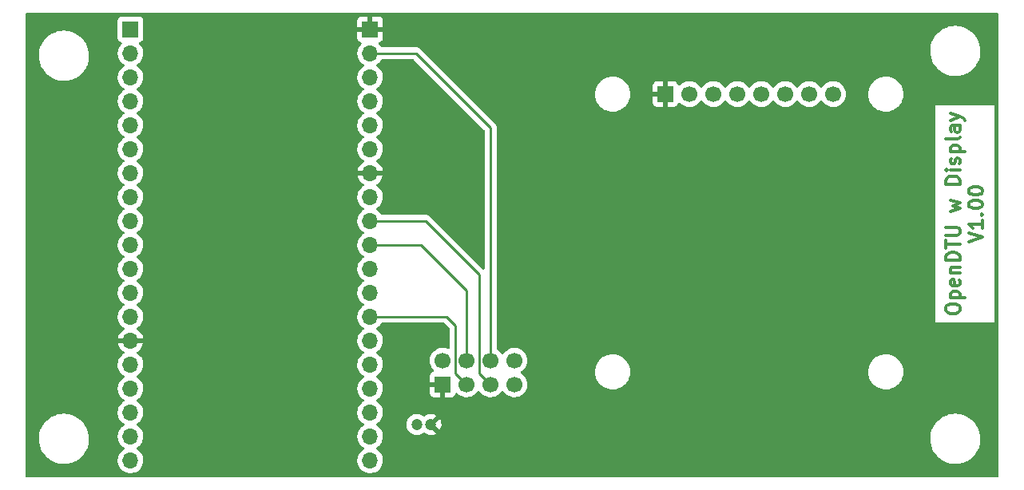
<source format=gbr>
%TF.GenerationSoftware,KiCad,Pcbnew,(6.0.10-0)*%
%TF.CreationDate,2023-01-27T21:32:13+01:00*%
%TF.ProjectId,openDTU_wDisplay,6f70656e-4454-4555-9f77-446973706c61,rev?*%
%TF.SameCoordinates,Original*%
%TF.FileFunction,Copper,L1,Top*%
%TF.FilePolarity,Positive*%
%FSLAX46Y46*%
G04 Gerber Fmt 4.6, Leading zero omitted, Abs format (unit mm)*
G04 Created by KiCad (PCBNEW (6.0.10-0)) date 2023-01-27 21:32:13*
%MOMM*%
%LPD*%
G01*
G04 APERTURE LIST*
%ADD10C,0.300000*%
%TA.AperFunction,NonConductor*%
%ADD11C,0.300000*%
%TD*%
%TA.AperFunction,ComponentPad*%
%ADD12C,1.200000*%
%TD*%
%TA.AperFunction,ComponentPad*%
%ADD13R,1.700000X1.700000*%
%TD*%
%TA.AperFunction,ComponentPad*%
%ADD14C,1.700000*%
%TD*%
%TA.AperFunction,ComponentPad*%
%ADD15O,1.700000X1.700000*%
%TD*%
%TA.AperFunction,Conductor*%
%ADD16C,0.250000*%
%TD*%
G04 APERTURE END LIST*
D10*
D11*
X169675071Y-100638285D02*
X169675071Y-100352571D01*
X169746500Y-100209714D01*
X169889357Y-100066857D01*
X170175071Y-99995428D01*
X170675071Y-99995428D01*
X170960785Y-100066857D01*
X171103642Y-100209714D01*
X171175071Y-100352571D01*
X171175071Y-100638285D01*
X171103642Y-100781142D01*
X170960785Y-100924000D01*
X170675071Y-100995428D01*
X170175071Y-100995428D01*
X169889357Y-100924000D01*
X169746500Y-100781142D01*
X169675071Y-100638285D01*
X170175071Y-99352571D02*
X171675071Y-99352571D01*
X170246500Y-99352571D02*
X170175071Y-99209714D01*
X170175071Y-98924000D01*
X170246500Y-98781142D01*
X170317928Y-98709714D01*
X170460785Y-98638285D01*
X170889357Y-98638285D01*
X171032214Y-98709714D01*
X171103642Y-98781142D01*
X171175071Y-98924000D01*
X171175071Y-99209714D01*
X171103642Y-99352571D01*
X171103642Y-97424000D02*
X171175071Y-97566857D01*
X171175071Y-97852571D01*
X171103642Y-97995428D01*
X170960785Y-98066857D01*
X170389357Y-98066857D01*
X170246500Y-97995428D01*
X170175071Y-97852571D01*
X170175071Y-97566857D01*
X170246500Y-97424000D01*
X170389357Y-97352571D01*
X170532214Y-97352571D01*
X170675071Y-98066857D01*
X170175071Y-96709714D02*
X171175071Y-96709714D01*
X170317928Y-96709714D02*
X170246500Y-96638285D01*
X170175071Y-96495428D01*
X170175071Y-96281142D01*
X170246500Y-96138285D01*
X170389357Y-96066857D01*
X171175071Y-96066857D01*
X171175071Y-95352571D02*
X169675071Y-95352571D01*
X169675071Y-94995428D01*
X169746500Y-94781142D01*
X169889357Y-94638285D01*
X170032214Y-94566857D01*
X170317928Y-94495428D01*
X170532214Y-94495428D01*
X170817928Y-94566857D01*
X170960785Y-94638285D01*
X171103642Y-94781142D01*
X171175071Y-94995428D01*
X171175071Y-95352571D01*
X169675071Y-94066857D02*
X169675071Y-93209714D01*
X171175071Y-93638285D02*
X169675071Y-93638285D01*
X169675071Y-92709714D02*
X170889357Y-92709714D01*
X171032214Y-92638285D01*
X171103642Y-92566857D01*
X171175071Y-92424000D01*
X171175071Y-92138285D01*
X171103642Y-91995428D01*
X171032214Y-91924000D01*
X170889357Y-91852571D01*
X169675071Y-91852571D01*
X170175071Y-90138285D02*
X171175071Y-89852571D01*
X170460785Y-89566857D01*
X171175071Y-89281142D01*
X170175071Y-88995428D01*
X171175071Y-87281142D02*
X169675071Y-87281142D01*
X169675071Y-86924000D01*
X169746500Y-86709714D01*
X169889357Y-86566857D01*
X170032214Y-86495428D01*
X170317928Y-86424000D01*
X170532214Y-86424000D01*
X170817928Y-86495428D01*
X170960785Y-86566857D01*
X171103642Y-86709714D01*
X171175071Y-86924000D01*
X171175071Y-87281142D01*
X171175071Y-85781142D02*
X170175071Y-85781142D01*
X169675071Y-85781142D02*
X169746500Y-85852571D01*
X169817928Y-85781142D01*
X169746500Y-85709714D01*
X169675071Y-85781142D01*
X169817928Y-85781142D01*
X171103642Y-85138285D02*
X171175071Y-84995428D01*
X171175071Y-84709714D01*
X171103642Y-84566857D01*
X170960785Y-84495428D01*
X170889357Y-84495428D01*
X170746500Y-84566857D01*
X170675071Y-84709714D01*
X170675071Y-84924000D01*
X170603642Y-85066857D01*
X170460785Y-85138285D01*
X170389357Y-85138285D01*
X170246500Y-85066857D01*
X170175071Y-84924000D01*
X170175071Y-84709714D01*
X170246500Y-84566857D01*
X170175071Y-83852571D02*
X171675071Y-83852571D01*
X170246500Y-83852571D02*
X170175071Y-83709714D01*
X170175071Y-83424000D01*
X170246500Y-83281142D01*
X170317928Y-83209714D01*
X170460785Y-83138285D01*
X170889357Y-83138285D01*
X171032214Y-83209714D01*
X171103642Y-83281142D01*
X171175071Y-83424000D01*
X171175071Y-83709714D01*
X171103642Y-83852571D01*
X171175071Y-82281142D02*
X171103642Y-82424000D01*
X170960785Y-82495428D01*
X169675071Y-82495428D01*
X171175071Y-81066857D02*
X170389357Y-81066857D01*
X170246500Y-81138285D01*
X170175071Y-81281142D01*
X170175071Y-81566857D01*
X170246500Y-81709714D01*
X171103642Y-81066857D02*
X171175071Y-81209714D01*
X171175071Y-81566857D01*
X171103642Y-81709714D01*
X170960785Y-81781142D01*
X170817928Y-81781142D01*
X170675071Y-81709714D01*
X170603642Y-81566857D01*
X170603642Y-81209714D01*
X170532214Y-81066857D01*
X170175071Y-80495428D02*
X171175071Y-80138285D01*
X170175071Y-79781142D02*
X171175071Y-80138285D01*
X171532214Y-80281142D01*
X171603642Y-80352571D01*
X171675071Y-80495428D01*
X172090071Y-93424000D02*
X173590071Y-92924000D01*
X172090071Y-92424000D01*
X173590071Y-91138285D02*
X173590071Y-91995428D01*
X173590071Y-91566857D02*
X172090071Y-91566857D01*
X172304357Y-91709714D01*
X172447214Y-91852571D01*
X172518642Y-91995428D01*
X173447214Y-90495428D02*
X173518642Y-90424000D01*
X173590071Y-90495428D01*
X173518642Y-90566857D01*
X173447214Y-90495428D01*
X173590071Y-90495428D01*
X172090071Y-89495428D02*
X172090071Y-89352571D01*
X172161500Y-89209714D01*
X172232928Y-89138285D01*
X172375785Y-89066857D01*
X172661500Y-88995428D01*
X173018642Y-88995428D01*
X173304357Y-89066857D01*
X173447214Y-89138285D01*
X173518642Y-89209714D01*
X173590071Y-89352571D01*
X173590071Y-89495428D01*
X173518642Y-89638285D01*
X173447214Y-89709714D01*
X173304357Y-89781142D01*
X173018642Y-89852571D01*
X172661500Y-89852571D01*
X172375785Y-89781142D01*
X172232928Y-89709714D01*
X172161500Y-89638285D01*
X172090071Y-89495428D01*
X172090071Y-88066857D02*
X172090071Y-87924000D01*
X172161500Y-87781142D01*
X172232928Y-87709714D01*
X172375785Y-87638285D01*
X172661500Y-87566857D01*
X173018642Y-87566857D01*
X173304357Y-87638285D01*
X173447214Y-87709714D01*
X173518642Y-87781142D01*
X173590071Y-87924000D01*
X173590071Y-88066857D01*
X173518642Y-88209714D01*
X173447214Y-88281142D01*
X173304357Y-88352571D01*
X173018642Y-88424000D01*
X172661500Y-88424000D01*
X172375785Y-88352571D01*
X172232928Y-88281142D01*
X172161500Y-88209714D01*
X172090071Y-88066857D01*
D12*
%TO.P,C1,1*%
%TO.N,PWR3x3*%
X113598000Y-112776000D03*
%TO.P,C1,2*%
%TO.N,GND*%
X115098000Y-112776000D03*
%TD*%
D13*
%TO.P,NRF24L01+1,1,GND*%
%TO.N,GND*%
X116346000Y-108516000D03*
D14*
%TO.P,NRF24L01+1,2,VCC*%
%TO.N,PWR3x3*%
X116346000Y-105976000D03*
%TO.P,NRF24L01+1,3,CE*%
%TO.N,CE*%
X118886000Y-108516000D03*
%TO.P,NRF24L01+1,4,~{CSN}*%
%TO.N,~{CSN}*%
X118886000Y-105976000D03*
%TO.P,NRF24L01+1,5,SCK*%
%TO.N,SCK*%
X121426000Y-108516000D03*
%TO.P,NRF24L01+1,6,MOSI*%
%TO.N,MOSI*%
X121426000Y-105976000D03*
%TO.P,NRF24L01+1,7,MISO*%
%TO.N,MISO*%
X123966000Y-108516000D03*
%TO.P,NRF24L01+1,8,IRQ*%
%TO.N,IRQ*%
X123966000Y-105976000D03*
%TD*%
D13*
%TO.P,SSD1306,1,GND*%
%TO.N,GND*%
X139954000Y-77721000D03*
D14*
%TO.P,SSD1306,2,VCC*%
%TO.N,PWR3x3*%
X142494000Y-77721000D03*
%TO.P,SSD1306,3,SCL*%
%TO.N,SCL*%
X145034000Y-77721000D03*
%TO.P,SSD1306,4,SDA*%
%TO.N,SDA*%
X147574000Y-77721000D03*
%TO.P,SSD1306,5*%
%TO.N,N/C*%
X150114000Y-77721000D03*
%TO.P,SSD1306,6*%
X152654000Y-77721000D03*
%TO.P,SSD1306,7*%
X155194000Y-77721000D03*
%TO.P,SSD1306,8*%
X157734000Y-77721000D03*
%TD*%
D13*
%TO.P,ESP32NodeMCU1,1,3V3*%
%TO.N,PWR3x3*%
X83259500Y-70850000D03*
D15*
%TO.P,ESP32NodeMCU1,2,EN*%
%TO.N,unconnected-(ESP32NodeMCU1-Pad2)*%
X83259500Y-73390000D03*
%TO.P,ESP32NodeMCU1,3,SP*%
%TO.N,unconnected-(ESP32NodeMCU1-Pad3)*%
X83259500Y-75930000D03*
%TO.P,ESP32NodeMCU1,4,SN*%
%TO.N,unconnected-(ESP32NodeMCU1-Pad4)*%
X83259500Y-78470000D03*
%TO.P,ESP32NodeMCU1,5,G34*%
%TO.N,unconnected-(ESP32NodeMCU1-Pad5)*%
X83259500Y-81010000D03*
%TO.P,ESP32NodeMCU1,6,G35*%
%TO.N,unconnected-(ESP32NodeMCU1-Pad6)*%
X83259500Y-83550000D03*
%TO.P,ESP32NodeMCU1,7,G32*%
%TO.N,unconnected-(ESP32NodeMCU1-Pad7)*%
X83259500Y-86090000D03*
%TO.P,ESP32NodeMCU1,8,G33*%
%TO.N,unconnected-(ESP32NodeMCU1-Pad8)*%
X83259500Y-88630000D03*
%TO.P,ESP32NodeMCU1,9,G25*%
%TO.N,unconnected-(ESP32NodeMCU1-Pad9)*%
X83259500Y-91170000D03*
%TO.P,ESP32NodeMCU1,10,G26*%
%TO.N,unconnected-(ESP32NodeMCU1-Pad10)*%
X83259500Y-93710000D03*
%TO.P,ESP32NodeMCU1,11,G27*%
%TO.N,unconnected-(ESP32NodeMCU1-Pad11)*%
X83259500Y-96250000D03*
%TO.P,ESP32NodeMCU1,12,G14*%
%TO.N,unconnected-(ESP32NodeMCU1-Pad12)*%
X83259500Y-98790000D03*
%TO.P,ESP32NodeMCU1,13,G12*%
%TO.N,unconnected-(ESP32NodeMCU1-Pad13)*%
X83259500Y-101330000D03*
%TO.P,ESP32NodeMCU1,14,GND*%
%TO.N,GND*%
X83259500Y-103870000D03*
%TO.P,ESP32NodeMCU1,15,G13*%
%TO.N,unconnected-(ESP32NodeMCU1-Pad15)*%
X83259500Y-106410000D03*
%TO.P,ESP32NodeMCU1,16,SD2*%
%TO.N,unconnected-(ESP32NodeMCU1-Pad16)*%
X83259500Y-108950000D03*
%TO.P,ESP32NodeMCU1,17,SD3*%
%TO.N,unconnected-(ESP32NodeMCU1-Pad17)*%
X83259500Y-111490000D03*
%TO.P,ESP32NodeMCU1,18,CMD*%
%TO.N,unconnected-(ESP32NodeMCU1-Pad18)*%
X83259500Y-114030000D03*
%TO.P,ESP32NodeMCU1,19,5V*%
%TO.N,unconnected-(ESP32NodeMCU1-Pad19)*%
X83259500Y-116570000D03*
%TO.P,ESP32NodeMCU1,20,CLK*%
%TO.N,unconnected-(ESP32NodeMCU1-Pad20)*%
X108659500Y-116570000D03*
%TO.P,ESP32NodeMCU1,21,SD0*%
%TO.N,unconnected-(ESP32NodeMCU1-Pad21)*%
X108659500Y-114030000D03*
%TO.P,ESP32NodeMCU1,22,SD1*%
%TO.N,unconnected-(ESP32NodeMCU1-Pad22)*%
X108659500Y-111490000D03*
%TO.P,ESP32NodeMCU1,23,G15*%
%TO.N,unconnected-(ESP32NodeMCU1-Pad23)*%
X108659500Y-108950000D03*
%TO.P,ESP32NodeMCU1,24,G2*%
%TO.N,unconnected-(ESP32NodeMCU1-Pad24)*%
X108659500Y-106410000D03*
%TO.P,ESP32NodeMCU1,25,G0*%
%TO.N,unconnected-(ESP32NodeMCU1-Pad25)*%
X108659500Y-103870000D03*
%TO.P,ESP32NodeMCU1,26,G4*%
%TO.N,CE*%
X108659500Y-101330000D03*
%TO.P,ESP32NodeMCU1,27,G16*%
%TO.N,IRQ*%
X108659500Y-98790000D03*
%TO.P,ESP32NodeMCU1,28,G17*%
%TO.N,unconnected-(ESP32NodeMCU1-Pad28)*%
X108659500Y-96250000D03*
%TO.P,ESP32NodeMCU1,29,G5*%
%TO.N,~{CSN}*%
X108659500Y-93710000D03*
%TO.P,ESP32NodeMCU1,30,G18*%
%TO.N,SCK*%
X108659500Y-91170000D03*
%TO.P,ESP32NodeMCU1,31,G19*%
%TO.N,MISO*%
X108659500Y-88630000D03*
%TO.P,ESP32NodeMCU1,32,GND*%
%TO.N,GND*%
X108659500Y-86090000D03*
%TO.P,ESP32NodeMCU1,33,G21*%
%TO.N,SDA*%
X108659500Y-83550000D03*
%TO.P,ESP32NodeMCU1,34,RXD*%
%TO.N,unconnected-(ESP32NodeMCU1-Pad34)*%
X108659500Y-81010000D03*
%TO.P,ESP32NodeMCU1,35,TXD*%
%TO.N,unconnected-(ESP32NodeMCU1-Pad35)*%
X108659500Y-78470000D03*
%TO.P,ESP32NodeMCU1,36,G22*%
%TO.N,SCL*%
X108659500Y-75930000D03*
%TO.P,ESP32NodeMCU1,37,G23*%
%TO.N,MOSI*%
X108659500Y-73390000D03*
D13*
%TO.P,ESP32NodeMCU1,38,GND*%
%TO.N,GND*%
X108659500Y-70850000D03*
%TD*%
D16*
%TO.N,CE*%
X117711000Y-107341000D02*
X117711000Y-102253000D01*
X118886000Y-108516000D02*
X117711000Y-107341000D01*
X116788000Y-101330000D02*
X108659500Y-101330000D01*
X117711000Y-102253000D02*
X116788000Y-101330000D01*
%TO.N,~{CSN}*%
X114030000Y-93710000D02*
X118886000Y-98566000D01*
X118886000Y-98566000D02*
X118886000Y-105976000D01*
X108659500Y-93710000D02*
X114030000Y-93710000D01*
%TO.N,SCK*%
X121426000Y-108516000D02*
X120251000Y-107341000D01*
X114538000Y-91170000D02*
X108659500Y-91170000D01*
X120251000Y-107341000D02*
X120251000Y-96883000D01*
X120251000Y-96883000D02*
X114538000Y-91170000D01*
%TO.N,MOSI*%
X108659500Y-73390000D02*
X113522000Y-73390000D01*
X113522000Y-73390000D02*
X121426000Y-81294000D01*
X121426000Y-81294000D02*
X121426000Y-105976000D01*
%TD*%
%TA.AperFunction,Conductor*%
%TO.N,GND*%
G36*
X175201621Y-69108502D02*
G01*
X175248114Y-69162158D01*
X175259500Y-69214500D01*
X175259500Y-118237500D01*
X175239498Y-118305621D01*
X175185842Y-118352114D01*
X175133500Y-118363500D01*
X72262500Y-118363500D01*
X72194379Y-118343498D01*
X72147886Y-118289842D01*
X72136500Y-118237500D01*
X72136500Y-114346485D01*
X73536854Y-114346485D01*
X73537156Y-114350320D01*
X73560318Y-114644616D01*
X73562370Y-114670695D01*
X73627206Y-114989378D01*
X73730398Y-115297784D01*
X73732052Y-115301253D01*
X73732053Y-115301254D01*
X73737826Y-115313357D01*
X73870405Y-115591316D01*
X74045141Y-115865597D01*
X74047584Y-115868560D01*
X74047585Y-115868562D01*
X74233925Y-116094610D01*
X74252001Y-116116538D01*
X74487902Y-116340399D01*
X74749326Y-116533843D01*
X74819181Y-116573365D01*
X75029019Y-116692086D01*
X75029023Y-116692088D01*
X75032376Y-116693985D01*
X75332832Y-116818438D01*
X75436288Y-116847129D01*
X75642500Y-116904317D01*
X75642508Y-116904319D01*
X75646216Y-116905347D01*
X75967856Y-116953416D01*
X75971154Y-116953560D01*
X76082918Y-116958440D01*
X76082922Y-116958440D01*
X76084294Y-116958500D01*
X76282598Y-116958500D01*
X76524605Y-116943698D01*
X76528388Y-116942997D01*
X76528395Y-116942996D01*
X76728459Y-116905916D01*
X76844372Y-116884433D01*
X77053682Y-116818438D01*
X77150860Y-116787798D01*
X77150863Y-116787797D01*
X77154532Y-116786640D01*
X77158029Y-116785046D01*
X77158035Y-116785044D01*
X77446954Y-116653376D01*
X77446958Y-116653374D01*
X77450462Y-116651777D01*
X77453744Y-116649766D01*
X77638259Y-116536695D01*
X81896751Y-116536695D01*
X81897048Y-116541848D01*
X81897048Y-116541851D01*
X81903386Y-116651777D01*
X81909610Y-116759715D01*
X81910747Y-116764761D01*
X81910748Y-116764767D01*
X81922512Y-116816964D01*
X81958722Y-116977639D01*
X82042766Y-117184616D01*
X82159487Y-117375088D01*
X82305750Y-117543938D01*
X82477626Y-117686632D01*
X82670500Y-117799338D01*
X82879192Y-117879030D01*
X82884260Y-117880061D01*
X82884263Y-117880062D01*
X82991517Y-117901883D01*
X83098097Y-117923567D01*
X83103272Y-117923757D01*
X83103274Y-117923757D01*
X83316173Y-117931564D01*
X83316177Y-117931564D01*
X83321337Y-117931753D01*
X83326457Y-117931097D01*
X83326459Y-117931097D01*
X83537788Y-117904025D01*
X83537789Y-117904025D01*
X83542916Y-117903368D01*
X83547866Y-117901883D01*
X83751929Y-117840661D01*
X83751934Y-117840659D01*
X83756884Y-117839174D01*
X83957494Y-117740896D01*
X84139360Y-117611173D01*
X84297596Y-117453489D01*
X84357094Y-117370689D01*
X84424935Y-117276277D01*
X84427953Y-117272077D01*
X84526930Y-117071811D01*
X84583860Y-116884433D01*
X84590365Y-116863023D01*
X84590365Y-116863021D01*
X84591870Y-116858069D01*
X84621029Y-116636590D01*
X84622656Y-116570000D01*
X84619918Y-116536695D01*
X107296751Y-116536695D01*
X107297048Y-116541848D01*
X107297048Y-116541851D01*
X107303386Y-116651777D01*
X107309610Y-116759715D01*
X107310747Y-116764761D01*
X107310748Y-116764767D01*
X107322512Y-116816964D01*
X107358722Y-116977639D01*
X107442766Y-117184616D01*
X107559487Y-117375088D01*
X107705750Y-117543938D01*
X107877626Y-117686632D01*
X108070500Y-117799338D01*
X108279192Y-117879030D01*
X108284260Y-117880061D01*
X108284263Y-117880062D01*
X108391517Y-117901883D01*
X108498097Y-117923567D01*
X108503272Y-117923757D01*
X108503274Y-117923757D01*
X108716173Y-117931564D01*
X108716177Y-117931564D01*
X108721337Y-117931753D01*
X108726457Y-117931097D01*
X108726459Y-117931097D01*
X108937788Y-117904025D01*
X108937789Y-117904025D01*
X108942916Y-117903368D01*
X108947866Y-117901883D01*
X109151929Y-117840661D01*
X109151934Y-117840659D01*
X109156884Y-117839174D01*
X109357494Y-117740896D01*
X109539360Y-117611173D01*
X109697596Y-117453489D01*
X109757094Y-117370689D01*
X109824935Y-117276277D01*
X109827953Y-117272077D01*
X109926930Y-117071811D01*
X109983860Y-116884433D01*
X109990365Y-116863023D01*
X109990365Y-116863021D01*
X109991870Y-116858069D01*
X110021029Y-116636590D01*
X110022656Y-116570000D01*
X110004352Y-116347361D01*
X109949931Y-116130702D01*
X109860854Y-115925840D01*
X109739514Y-115738277D01*
X109589170Y-115573051D01*
X109585119Y-115569852D01*
X109585115Y-115569848D01*
X109417914Y-115437800D01*
X109417910Y-115437798D01*
X109413859Y-115434598D01*
X109372553Y-115411796D01*
X109322584Y-115361364D01*
X109307812Y-115291921D01*
X109332928Y-115225516D01*
X109360280Y-115198909D01*
X109404103Y-115167650D01*
X109539360Y-115071173D01*
X109697596Y-114913489D01*
X109757094Y-114830689D01*
X109824935Y-114736277D01*
X109827953Y-114732077D01*
X109856427Y-114674465D01*
X109924636Y-114536453D01*
X109924637Y-114536451D01*
X109926930Y-114531811D01*
X109983237Y-114346485D01*
X168024854Y-114346485D01*
X168025156Y-114350320D01*
X168048318Y-114644616D01*
X168050370Y-114670695D01*
X168115206Y-114989378D01*
X168218398Y-115297784D01*
X168220052Y-115301253D01*
X168220053Y-115301254D01*
X168225826Y-115313357D01*
X168358405Y-115591316D01*
X168533141Y-115865597D01*
X168535584Y-115868560D01*
X168535585Y-115868562D01*
X168721925Y-116094610D01*
X168740001Y-116116538D01*
X168975902Y-116340399D01*
X169237326Y-116533843D01*
X169307181Y-116573365D01*
X169517019Y-116692086D01*
X169517023Y-116692088D01*
X169520376Y-116693985D01*
X169820832Y-116818438D01*
X169924288Y-116847129D01*
X170130500Y-116904317D01*
X170130508Y-116904319D01*
X170134216Y-116905347D01*
X170455856Y-116953416D01*
X170459154Y-116953560D01*
X170570918Y-116958440D01*
X170570922Y-116958440D01*
X170572294Y-116958500D01*
X170770598Y-116958500D01*
X171012605Y-116943698D01*
X171016388Y-116942997D01*
X171016395Y-116942996D01*
X171216459Y-116905916D01*
X171332372Y-116884433D01*
X171541682Y-116818438D01*
X171638860Y-116787798D01*
X171638863Y-116787797D01*
X171642532Y-116786640D01*
X171646029Y-116785046D01*
X171646035Y-116785044D01*
X171934954Y-116653376D01*
X171934958Y-116653374D01*
X171938462Y-116651777D01*
X171941744Y-116649766D01*
X172212473Y-116483863D01*
X172212476Y-116483861D01*
X172215751Y-116481854D01*
X172218755Y-116479464D01*
X172218760Y-116479461D01*
X172378343Y-116352522D01*
X172470264Y-116279405D01*
X172472958Y-116276664D01*
X172472962Y-116276660D01*
X172695513Y-116050190D01*
X172695517Y-116050185D01*
X172698208Y-116047447D01*
X172896185Y-115789439D01*
X173061242Y-115509227D01*
X173190920Y-115210988D01*
X173193910Y-115200896D01*
X173257681Y-114985607D01*
X173283285Y-114899169D01*
X173336961Y-114578417D01*
X173351146Y-114253515D01*
X173333291Y-114026646D01*
X173325932Y-113933140D01*
X173325932Y-113933137D01*
X173325630Y-113929305D01*
X173260794Y-113610622D01*
X173157602Y-113302216D01*
X173017595Y-113008684D01*
X172980306Y-112950151D01*
X172908801Y-112837911D01*
X172842859Y-112734403D01*
X172840415Y-112731438D01*
X172638442Y-112486425D01*
X172638438Y-112486420D01*
X172635999Y-112483462D01*
X172400098Y-112259601D01*
X172138674Y-112066157D01*
X171933781Y-111950234D01*
X171858981Y-111907914D01*
X171858977Y-111907912D01*
X171855624Y-111906015D01*
X171555168Y-111781562D01*
X171451712Y-111752871D01*
X171245500Y-111695683D01*
X171245492Y-111695681D01*
X171241784Y-111694653D01*
X170920144Y-111646584D01*
X170916846Y-111646440D01*
X170805082Y-111641560D01*
X170805078Y-111641560D01*
X170803706Y-111641500D01*
X170605402Y-111641500D01*
X170363395Y-111656302D01*
X170359612Y-111657003D01*
X170359605Y-111657004D01*
X170237069Y-111679715D01*
X170043628Y-111715567D01*
X169873526Y-111769200D01*
X169737140Y-111812202D01*
X169737137Y-111812203D01*
X169733468Y-111813360D01*
X169729971Y-111814954D01*
X169729965Y-111814956D01*
X169441046Y-111946624D01*
X169441042Y-111946626D01*
X169437538Y-111948223D01*
X169434259Y-111950233D01*
X169434256Y-111950234D01*
X169190140Y-112099829D01*
X169160249Y-112118146D01*
X169157245Y-112120536D01*
X169157240Y-112120539D01*
X169073137Y-112187438D01*
X168905736Y-112320595D01*
X168903042Y-112323336D01*
X168903038Y-112323340D01*
X168680487Y-112549810D01*
X168680483Y-112549815D01*
X168677792Y-112552553D01*
X168575766Y-112685516D01*
X168498984Y-112785580D01*
X168479815Y-112810561D01*
X168394291Y-112955753D01*
X168347091Y-113035883D01*
X168314758Y-113090773D01*
X168185080Y-113389012D01*
X168183986Y-113392706D01*
X168183984Y-113392711D01*
X168153898Y-113494282D01*
X168092715Y-113700831D01*
X168039039Y-114021583D01*
X168024854Y-114346485D01*
X109983237Y-114346485D01*
X109991870Y-114318069D01*
X110021029Y-114096590D01*
X110022656Y-114030000D01*
X110004352Y-113807361D01*
X109949931Y-113590702D01*
X109860854Y-113385840D01*
X109739514Y-113198277D01*
X109589170Y-113033051D01*
X109585119Y-113029852D01*
X109585115Y-113029848D01*
X109417914Y-112897800D01*
X109417910Y-112897798D01*
X109413859Y-112894598D01*
X109372553Y-112871796D01*
X109322584Y-112821364D01*
X109307812Y-112751921D01*
X109309727Y-112746859D01*
X112485132Y-112746859D01*
X112498457Y-112950151D01*
X112548605Y-113147610D01*
X112633898Y-113332624D01*
X112751479Y-113498997D01*
X112897410Y-113641157D01*
X112902206Y-113644362D01*
X112902209Y-113644364D01*
X113027227Y-113727898D01*
X113066803Y-113754342D01*
X113072106Y-113756620D01*
X113072109Y-113756622D01*
X113248680Y-113832483D01*
X113253987Y-113834763D01*
X113326817Y-113851243D01*
X113447055Y-113878450D01*
X113447060Y-113878451D01*
X113452692Y-113879725D01*
X113458463Y-113879952D01*
X113458465Y-113879952D01*
X113521470Y-113882427D01*
X113656263Y-113887723D01*
X113857883Y-113858490D01*
X113863347Y-113856635D01*
X113863352Y-113856634D01*
X114045327Y-113794862D01*
X114045332Y-113794860D01*
X114050799Y-113793004D01*
X114056653Y-113789726D01*
X114167054Y-113727898D01*
X114228551Y-113693458D01*
X114266709Y-113661722D01*
X114331872Y-113633542D01*
X114401927Y-113645065D01*
X114417279Y-113653832D01*
X114562239Y-113750691D01*
X114572349Y-113756181D01*
X114748835Y-113832005D01*
X114759778Y-113835560D01*
X114947120Y-113877952D01*
X114958530Y-113879454D01*
X115150469Y-113886995D01*
X115161951Y-113886393D01*
X115352045Y-113858832D01*
X115363240Y-113856144D01*
X115545131Y-113794400D01*
X115555628Y-113789726D01*
X115666032Y-113727898D01*
X115675895Y-113717821D01*
X115672939Y-113710149D01*
X114827885Y-112865095D01*
X114793859Y-112802783D01*
X114795694Y-112777132D01*
X115462408Y-112777132D01*
X115462539Y-112778966D01*
X115466790Y-112785580D01*
X116028239Y-113347028D01*
X116040614Y-113353785D01*
X116047194Y-113348859D01*
X116111726Y-113233628D01*
X116116400Y-113223131D01*
X116178144Y-113041240D01*
X116180832Y-113030045D01*
X116208689Y-112837911D01*
X116209319Y-112830528D01*
X116210650Y-112779704D01*
X116210407Y-112772305D01*
X116192643Y-112578975D01*
X116190545Y-112567654D01*
X116138408Y-112382791D01*
X116134283Y-112372044D01*
X116050163Y-112201465D01*
X116042869Y-112195990D01*
X116030449Y-112202762D01*
X115470021Y-112763189D01*
X115462408Y-112777132D01*
X114795694Y-112777132D01*
X114798924Y-112731968D01*
X114827885Y-112686905D01*
X115098000Y-112416790D01*
X115668281Y-111846508D01*
X115675041Y-111834128D01*
X115669011Y-111826073D01*
X115608061Y-111787616D01*
X115597813Y-111782395D01*
X115419401Y-111711216D01*
X115408373Y-111707949D01*
X115219982Y-111670476D01*
X115208535Y-111669273D01*
X115016477Y-111666759D01*
X115004997Y-111667662D01*
X114815697Y-111700190D01*
X114804577Y-111703170D01*
X114624366Y-111769653D01*
X114613988Y-111774603D01*
X114448912Y-111872813D01*
X114439593Y-111879583D01*
X114432416Y-111885878D01*
X114368012Y-111915756D01*
X114297679Y-111906072D01*
X114276144Y-111893208D01*
X114275703Y-111892800D01*
X114254755Y-111879583D01*
X114108288Y-111787169D01*
X114108283Y-111787167D01*
X114103404Y-111784088D01*
X113914180Y-111708595D01*
X113739663Y-111673881D01*
X113720032Y-111669976D01*
X113720031Y-111669976D01*
X113714366Y-111668849D01*
X113708592Y-111668773D01*
X113708588Y-111668773D01*
X113605452Y-111667424D01*
X113510655Y-111666183D01*
X113504958Y-111667162D01*
X113504957Y-111667162D01*
X113338974Y-111695683D01*
X113309870Y-111700684D01*
X113118734Y-111771198D01*
X113113773Y-111774150D01*
X113113772Y-111774150D01*
X113012959Y-111834128D01*
X112943649Y-111875363D01*
X112790478Y-112009690D01*
X112786911Y-112014215D01*
X112786906Y-112014220D01*
X112700331Y-112124040D01*
X112664351Y-112169681D01*
X112661662Y-112174792D01*
X112661660Y-112174795D01*
X112646946Y-112202762D01*
X112569492Y-112349978D01*
X112509078Y-112544543D01*
X112485132Y-112746859D01*
X109309727Y-112746859D01*
X109332928Y-112685516D01*
X109360280Y-112658909D01*
X109404103Y-112627650D01*
X109539360Y-112531173D01*
X109697596Y-112373489D01*
X109718167Y-112344862D01*
X109824935Y-112196277D01*
X109827953Y-112192077D01*
X109836495Y-112174795D01*
X109924636Y-111996453D01*
X109924637Y-111996451D01*
X109926930Y-111991811D01*
X109981500Y-111812202D01*
X109990365Y-111783023D01*
X109990365Y-111783021D01*
X109991870Y-111778069D01*
X110021029Y-111556590D01*
X110022656Y-111490000D01*
X110004352Y-111267361D01*
X109949931Y-111050702D01*
X109860854Y-110845840D01*
X109739514Y-110658277D01*
X109589170Y-110493051D01*
X109585119Y-110489852D01*
X109585115Y-110489848D01*
X109417914Y-110357800D01*
X109417910Y-110357798D01*
X109413859Y-110354598D01*
X109372553Y-110331796D01*
X109322584Y-110281364D01*
X109307812Y-110211921D01*
X109332928Y-110145516D01*
X109360280Y-110118909D01*
X109404103Y-110087650D01*
X109539360Y-109991173D01*
X109697596Y-109833489D01*
X109703675Y-109825030D01*
X109824935Y-109656277D01*
X109827953Y-109652077D01*
X109836274Y-109635242D01*
X109924636Y-109456453D01*
X109924637Y-109456451D01*
X109926930Y-109451811D01*
X109939430Y-109410669D01*
X114988001Y-109410669D01*
X114988371Y-109417490D01*
X114993895Y-109468352D01*
X114997521Y-109483604D01*
X115042676Y-109604054D01*
X115051214Y-109619649D01*
X115127715Y-109721724D01*
X115140276Y-109734285D01*
X115242351Y-109810786D01*
X115257946Y-109819324D01*
X115378394Y-109864478D01*
X115393649Y-109868105D01*
X115444514Y-109873631D01*
X115451328Y-109874000D01*
X116073885Y-109874000D01*
X116089124Y-109869525D01*
X116090329Y-109868135D01*
X116092000Y-109860452D01*
X116092000Y-108788115D01*
X116087525Y-108772876D01*
X116086135Y-108771671D01*
X116078452Y-108770000D01*
X115006116Y-108770000D01*
X114990877Y-108774475D01*
X114989672Y-108775865D01*
X114988001Y-108783548D01*
X114988001Y-109410669D01*
X109939430Y-109410669D01*
X109991870Y-109238069D01*
X110021029Y-109016590D01*
X110021120Y-109012857D01*
X110022574Y-108953365D01*
X110022574Y-108953361D01*
X110022656Y-108950000D01*
X110004352Y-108727361D01*
X109949931Y-108510702D01*
X109860854Y-108305840D01*
X109775184Y-108173414D01*
X109742322Y-108122617D01*
X109742320Y-108122614D01*
X109739514Y-108118277D01*
X109589170Y-107953051D01*
X109585119Y-107949852D01*
X109585115Y-107949848D01*
X109417914Y-107817800D01*
X109417910Y-107817798D01*
X109413859Y-107814598D01*
X109372553Y-107791796D01*
X109322584Y-107741364D01*
X109307812Y-107671921D01*
X109332928Y-107605516D01*
X109360280Y-107578909D01*
X109405812Y-107546431D01*
X109539360Y-107451173D01*
X109599985Y-107390760D01*
X109693935Y-107297137D01*
X109697596Y-107293489D01*
X109703675Y-107285030D01*
X109824935Y-107116277D01*
X109827953Y-107112077D01*
X109836274Y-107095242D01*
X109924636Y-106916453D01*
X109924637Y-106916451D01*
X109926930Y-106911811D01*
X109991870Y-106698069D01*
X110021029Y-106476590D01*
X110021120Y-106472857D01*
X110022574Y-106413365D01*
X110022574Y-106413361D01*
X110022656Y-106410000D01*
X110004352Y-106187361D01*
X109949931Y-105970702D01*
X109860854Y-105765840D01*
X109771996Y-105628486D01*
X109742322Y-105582617D01*
X109742320Y-105582614D01*
X109739514Y-105578277D01*
X109589170Y-105413051D01*
X109585119Y-105409852D01*
X109585115Y-105409848D01*
X109417914Y-105277800D01*
X109417910Y-105277798D01*
X109413859Y-105274598D01*
X109372553Y-105251796D01*
X109322584Y-105201364D01*
X109307812Y-105131921D01*
X109332928Y-105065516D01*
X109360280Y-105038909D01*
X109404103Y-105007650D01*
X109539360Y-104911173D01*
X109697596Y-104753489D01*
X109736382Y-104699513D01*
X109824935Y-104576277D01*
X109827953Y-104572077D01*
X109926930Y-104371811D01*
X109991870Y-104158069D01*
X110021029Y-103936590D01*
X110022656Y-103870000D01*
X110004352Y-103647361D01*
X109949931Y-103430702D01*
X109860854Y-103225840D01*
X109739514Y-103038277D01*
X109589170Y-102873051D01*
X109585119Y-102869852D01*
X109585115Y-102869848D01*
X109417914Y-102737800D01*
X109417910Y-102737798D01*
X109413859Y-102734598D01*
X109372553Y-102711796D01*
X109322584Y-102661364D01*
X109307812Y-102591921D01*
X109332928Y-102525516D01*
X109360280Y-102498909D01*
X109404103Y-102467650D01*
X109539360Y-102371173D01*
X109697596Y-102213489D01*
X109757094Y-102130689D01*
X109824935Y-102036277D01*
X109827953Y-102032077D01*
X109830246Y-102027437D01*
X109831946Y-102024608D01*
X109884174Y-101976518D01*
X109939951Y-101963500D01*
X116473405Y-101963500D01*
X116541526Y-101983502D01*
X116562501Y-102000405D01*
X117040596Y-102478501D01*
X117074621Y-102540813D01*
X117077500Y-102567596D01*
X117077500Y-104615955D01*
X117057498Y-104684076D01*
X117003842Y-104730569D01*
X116933568Y-104740673D01*
X116904892Y-104732347D01*
X116904789Y-104732638D01*
X116699087Y-104659795D01*
X116699083Y-104659794D01*
X116694212Y-104658069D01*
X116689119Y-104657162D01*
X116689116Y-104657161D01*
X116479373Y-104619800D01*
X116479367Y-104619799D01*
X116474284Y-104618894D01*
X116400452Y-104617992D01*
X116256081Y-104616228D01*
X116256079Y-104616228D01*
X116250911Y-104616165D01*
X116030091Y-104649955D01*
X115817756Y-104719357D01*
X115752189Y-104753489D01*
X115643975Y-104809822D01*
X115619607Y-104822507D01*
X115615474Y-104825610D01*
X115615471Y-104825612D01*
X115445100Y-104953530D01*
X115440965Y-104956635D01*
X115286629Y-105118138D01*
X115283720Y-105122403D01*
X115283714Y-105122411D01*
X115230038Y-105201097D01*
X115160743Y-105302680D01*
X115145003Y-105336590D01*
X115087961Y-105459477D01*
X115066688Y-105505305D01*
X115006989Y-105720570D01*
X114983251Y-105942695D01*
X114983548Y-105947848D01*
X114983548Y-105947851D01*
X114989011Y-106042590D01*
X114996110Y-106165715D01*
X114997247Y-106170761D01*
X114997248Y-106170767D01*
X115017119Y-106258939D01*
X115045222Y-106383639D01*
X115129266Y-106590616D01*
X115180019Y-106673438D01*
X115243291Y-106776688D01*
X115245987Y-106781088D01*
X115392250Y-106949938D01*
X115396225Y-106953238D01*
X115396231Y-106953244D01*
X115401425Y-106957556D01*
X115441059Y-107016460D01*
X115442555Y-107087441D01*
X115405439Y-107147962D01*
X115365168Y-107172480D01*
X115257946Y-107212676D01*
X115242351Y-107221214D01*
X115140276Y-107297715D01*
X115127715Y-107310276D01*
X115051214Y-107412351D01*
X115042676Y-107427946D01*
X114997522Y-107548394D01*
X114993895Y-107563649D01*
X114988369Y-107614514D01*
X114988000Y-107621328D01*
X114988000Y-108243885D01*
X114992475Y-108259124D01*
X114993865Y-108260329D01*
X115001548Y-108262000D01*
X116474000Y-108262000D01*
X116542121Y-108282002D01*
X116588614Y-108335658D01*
X116600000Y-108388000D01*
X116600000Y-109855884D01*
X116604475Y-109871123D01*
X116605865Y-109872328D01*
X116613548Y-109873999D01*
X117240669Y-109873999D01*
X117247490Y-109873629D01*
X117298352Y-109868105D01*
X117313604Y-109864479D01*
X117434054Y-109819324D01*
X117449649Y-109810786D01*
X117551724Y-109734285D01*
X117564285Y-109721724D01*
X117640786Y-109619649D01*
X117649324Y-109604054D01*
X117690225Y-109494952D01*
X117732867Y-109438188D01*
X117799428Y-109413488D01*
X117868777Y-109428696D01*
X117903444Y-109456684D01*
X117928865Y-109486031D01*
X117928869Y-109486035D01*
X117932250Y-109489938D01*
X118104126Y-109632632D01*
X118297000Y-109745338D01*
X118301825Y-109747180D01*
X118301826Y-109747181D01*
X118332751Y-109758990D01*
X118505692Y-109825030D01*
X118510760Y-109826061D01*
X118510763Y-109826062D01*
X118565199Y-109837137D01*
X118724597Y-109869567D01*
X118729772Y-109869757D01*
X118729774Y-109869757D01*
X118942673Y-109877564D01*
X118942677Y-109877564D01*
X118947837Y-109877753D01*
X118952957Y-109877097D01*
X118952959Y-109877097D01*
X119164288Y-109850025D01*
X119164289Y-109850025D01*
X119169416Y-109849368D01*
X119210184Y-109837137D01*
X119378429Y-109786661D01*
X119378434Y-109786659D01*
X119383384Y-109785174D01*
X119583994Y-109686896D01*
X119765860Y-109557173D01*
X119924096Y-109399489D01*
X120054453Y-109218077D01*
X120055776Y-109219028D01*
X120102645Y-109175857D01*
X120172580Y-109163625D01*
X120238026Y-109191144D01*
X120265875Y-109222994D01*
X120325987Y-109321088D01*
X120472250Y-109489938D01*
X120644126Y-109632632D01*
X120837000Y-109745338D01*
X120841825Y-109747180D01*
X120841826Y-109747181D01*
X120872751Y-109758990D01*
X121045692Y-109825030D01*
X121050760Y-109826061D01*
X121050763Y-109826062D01*
X121105199Y-109837137D01*
X121264597Y-109869567D01*
X121269772Y-109869757D01*
X121269774Y-109869757D01*
X121482673Y-109877564D01*
X121482677Y-109877564D01*
X121487837Y-109877753D01*
X121492957Y-109877097D01*
X121492959Y-109877097D01*
X121704288Y-109850025D01*
X121704289Y-109850025D01*
X121709416Y-109849368D01*
X121750184Y-109837137D01*
X121918429Y-109786661D01*
X121918434Y-109786659D01*
X121923384Y-109785174D01*
X122123994Y-109686896D01*
X122305860Y-109557173D01*
X122464096Y-109399489D01*
X122594453Y-109218077D01*
X122595776Y-109219028D01*
X122642645Y-109175857D01*
X122712580Y-109163625D01*
X122778026Y-109191144D01*
X122805875Y-109222994D01*
X122865987Y-109321088D01*
X123012250Y-109489938D01*
X123184126Y-109632632D01*
X123377000Y-109745338D01*
X123381825Y-109747180D01*
X123381826Y-109747181D01*
X123412751Y-109758990D01*
X123585692Y-109825030D01*
X123590760Y-109826061D01*
X123590763Y-109826062D01*
X123645199Y-109837137D01*
X123804597Y-109869567D01*
X123809772Y-109869757D01*
X123809774Y-109869757D01*
X124022673Y-109877564D01*
X124022677Y-109877564D01*
X124027837Y-109877753D01*
X124032957Y-109877097D01*
X124032959Y-109877097D01*
X124244288Y-109850025D01*
X124244289Y-109850025D01*
X124249416Y-109849368D01*
X124290184Y-109837137D01*
X124458429Y-109786661D01*
X124458434Y-109786659D01*
X124463384Y-109785174D01*
X124663994Y-109686896D01*
X124845860Y-109557173D01*
X125004096Y-109399489D01*
X125134453Y-109218077D01*
X125155320Y-109175857D01*
X125231136Y-109022453D01*
X125231137Y-109022451D01*
X125233430Y-109017811D01*
X125276252Y-108876868D01*
X125296865Y-108809023D01*
X125296865Y-108809021D01*
X125298370Y-108804069D01*
X125327529Y-108582590D01*
X125329156Y-108516000D01*
X125310852Y-108293361D01*
X125256431Y-108076702D01*
X125167354Y-107871840D01*
X125046014Y-107684277D01*
X124895670Y-107519051D01*
X124891619Y-107515852D01*
X124891615Y-107515848D01*
X124724414Y-107383800D01*
X124724410Y-107383798D01*
X124720359Y-107380598D01*
X124679053Y-107357796D01*
X124629084Y-107307364D01*
X124614312Y-107237921D01*
X124618338Y-107227277D01*
X132503009Y-107227277D01*
X132528625Y-107495769D01*
X132529710Y-107500203D01*
X132529711Y-107500209D01*
X132574752Y-107684277D01*
X132592731Y-107757750D01*
X132693985Y-108007733D01*
X132830265Y-108240482D01*
X132876681Y-108298522D01*
X132950686Y-108391060D01*
X132998716Y-108451119D01*
X133195809Y-108635234D01*
X133417416Y-108788968D01*
X133421499Y-108790999D01*
X133421502Y-108791001D01*
X133447770Y-108804069D01*
X133658894Y-108909101D01*
X133663228Y-108910522D01*
X133663231Y-108910523D01*
X133910853Y-108991698D01*
X133910859Y-108991699D01*
X133915186Y-108993118D01*
X133919677Y-108993898D01*
X133919678Y-108993898D01*
X134177140Y-109038601D01*
X134177148Y-109038602D01*
X134180921Y-109039257D01*
X134184758Y-109039448D01*
X134264578Y-109043422D01*
X134264586Y-109043422D01*
X134266149Y-109043500D01*
X134434512Y-109043500D01*
X134436780Y-109043335D01*
X134436792Y-109043335D01*
X134567884Y-109033823D01*
X134635004Y-109028953D01*
X134639459Y-109027969D01*
X134639462Y-109027969D01*
X134893912Y-108971791D01*
X134893916Y-108971790D01*
X134898372Y-108970806D01*
X135054744Y-108911562D01*
X135146318Y-108876868D01*
X135146321Y-108876867D01*
X135150588Y-108875250D01*
X135329515Y-108775865D01*
X135382375Y-108746504D01*
X135382376Y-108746503D01*
X135386368Y-108744286D01*
X135600773Y-108580657D01*
X135664254Y-108515720D01*
X135786117Y-108391060D01*
X135789312Y-108387792D01*
X135948034Y-108169730D01*
X136031190Y-108011676D01*
X136071490Y-107935079D01*
X136071493Y-107935073D01*
X136073615Y-107931039D01*
X136094521Y-107871840D01*
X136161902Y-107681033D01*
X136161902Y-107681032D01*
X136163425Y-107676720D01*
X136193658Y-107523327D01*
X136214700Y-107416572D01*
X136214701Y-107416566D01*
X136215581Y-107412100D01*
X136215808Y-107407544D01*
X136224782Y-107227277D01*
X161459009Y-107227277D01*
X161484625Y-107495769D01*
X161485710Y-107500203D01*
X161485711Y-107500209D01*
X161530752Y-107684277D01*
X161548731Y-107757750D01*
X161649985Y-108007733D01*
X161786265Y-108240482D01*
X161832681Y-108298522D01*
X161906686Y-108391060D01*
X161954716Y-108451119D01*
X162151809Y-108635234D01*
X162373416Y-108788968D01*
X162377499Y-108790999D01*
X162377502Y-108791001D01*
X162403770Y-108804069D01*
X162614894Y-108909101D01*
X162619228Y-108910522D01*
X162619231Y-108910523D01*
X162866853Y-108991698D01*
X162866859Y-108991699D01*
X162871186Y-108993118D01*
X162875677Y-108993898D01*
X162875678Y-108993898D01*
X163133140Y-109038601D01*
X163133148Y-109038602D01*
X163136921Y-109039257D01*
X163140758Y-109039448D01*
X163220578Y-109043422D01*
X163220586Y-109043422D01*
X163222149Y-109043500D01*
X163390512Y-109043500D01*
X163392780Y-109043335D01*
X163392792Y-109043335D01*
X163523884Y-109033823D01*
X163591004Y-109028953D01*
X163595459Y-109027969D01*
X163595462Y-109027969D01*
X163849912Y-108971791D01*
X163849916Y-108971790D01*
X163854372Y-108970806D01*
X164010744Y-108911562D01*
X164102318Y-108876868D01*
X164102321Y-108876867D01*
X164106588Y-108875250D01*
X164285515Y-108775865D01*
X164338375Y-108746504D01*
X164338376Y-108746503D01*
X164342368Y-108744286D01*
X164556773Y-108580657D01*
X164620254Y-108515720D01*
X164742117Y-108391060D01*
X164745312Y-108387792D01*
X164904034Y-108169730D01*
X164987190Y-108011676D01*
X165027490Y-107935079D01*
X165027493Y-107935073D01*
X165029615Y-107931039D01*
X165050521Y-107871840D01*
X165117902Y-107681033D01*
X165117902Y-107681032D01*
X165119425Y-107676720D01*
X165149658Y-107523327D01*
X165170700Y-107416572D01*
X165170701Y-107416566D01*
X165171581Y-107412100D01*
X165171808Y-107407544D01*
X165184764Y-107147292D01*
X165184764Y-107147286D01*
X165184991Y-107142723D01*
X165159375Y-106874231D01*
X165156661Y-106863137D01*
X165096355Y-106616688D01*
X165095269Y-106612250D01*
X164994015Y-106362267D01*
X164872404Y-106154570D01*
X164860045Y-106133463D01*
X164860044Y-106133462D01*
X164857735Y-106129518D01*
X164737654Y-105979365D01*
X164692136Y-105922447D01*
X164692135Y-105922445D01*
X164689284Y-105918881D01*
X164492191Y-105734766D01*
X164270584Y-105581032D01*
X164266501Y-105579001D01*
X164266498Y-105578999D01*
X164118366Y-105505305D01*
X164029106Y-105460899D01*
X164024772Y-105459478D01*
X164024769Y-105459477D01*
X163777147Y-105378302D01*
X163777141Y-105378301D01*
X163772814Y-105376882D01*
X163768322Y-105376102D01*
X163510860Y-105331399D01*
X163510852Y-105331398D01*
X163507079Y-105330743D01*
X163495817Y-105330182D01*
X163423422Y-105326578D01*
X163423414Y-105326578D01*
X163421851Y-105326500D01*
X163253488Y-105326500D01*
X163251220Y-105326665D01*
X163251208Y-105326665D01*
X163120116Y-105336177D01*
X163052996Y-105341047D01*
X163048541Y-105342031D01*
X163048538Y-105342031D01*
X162794088Y-105398209D01*
X162794084Y-105398210D01*
X162789628Y-105399194D01*
X162742973Y-105416870D01*
X162541682Y-105493132D01*
X162541679Y-105493133D01*
X162537412Y-105494750D01*
X162301632Y-105625714D01*
X162087227Y-105789343D01*
X161898688Y-105982208D01*
X161739966Y-106200270D01*
X161687479Y-106300031D01*
X161616510Y-106434921D01*
X161616507Y-106434927D01*
X161614385Y-106438961D01*
X161612865Y-106443266D01*
X161612863Y-106443270D01*
X161528207Y-106682994D01*
X161524575Y-106693280D01*
X161508135Y-106776689D01*
X161473337Y-106953244D01*
X161472419Y-106957900D01*
X161472192Y-106962453D01*
X161472192Y-106962456D01*
X161459311Y-107221214D01*
X161459009Y-107227277D01*
X136224782Y-107227277D01*
X136228764Y-107147292D01*
X136228764Y-107147286D01*
X136228991Y-107142723D01*
X136203375Y-106874231D01*
X136200661Y-106863137D01*
X136140355Y-106616688D01*
X136139269Y-106612250D01*
X136038015Y-106362267D01*
X135916404Y-106154570D01*
X135904045Y-106133463D01*
X135904044Y-106133462D01*
X135901735Y-106129518D01*
X135781654Y-105979365D01*
X135736136Y-105922447D01*
X135736135Y-105922445D01*
X135733284Y-105918881D01*
X135536191Y-105734766D01*
X135314584Y-105581032D01*
X135310501Y-105579001D01*
X135310498Y-105578999D01*
X135162366Y-105505305D01*
X135073106Y-105460899D01*
X135068772Y-105459478D01*
X135068769Y-105459477D01*
X134821147Y-105378302D01*
X134821141Y-105378301D01*
X134816814Y-105376882D01*
X134812322Y-105376102D01*
X134554860Y-105331399D01*
X134554852Y-105331398D01*
X134551079Y-105330743D01*
X134539817Y-105330182D01*
X134467422Y-105326578D01*
X134467414Y-105326578D01*
X134465851Y-105326500D01*
X134297488Y-105326500D01*
X134295220Y-105326665D01*
X134295208Y-105326665D01*
X134164116Y-105336177D01*
X134096996Y-105341047D01*
X134092541Y-105342031D01*
X134092538Y-105342031D01*
X133838088Y-105398209D01*
X133838084Y-105398210D01*
X133833628Y-105399194D01*
X133786973Y-105416870D01*
X133585682Y-105493132D01*
X133585679Y-105493133D01*
X133581412Y-105494750D01*
X133345632Y-105625714D01*
X133131227Y-105789343D01*
X132942688Y-105982208D01*
X132783966Y-106200270D01*
X132731479Y-106300031D01*
X132660510Y-106434921D01*
X132660507Y-106434927D01*
X132658385Y-106438961D01*
X132656865Y-106443266D01*
X132656863Y-106443270D01*
X132572207Y-106682994D01*
X132568575Y-106693280D01*
X132552135Y-106776689D01*
X132517337Y-106953244D01*
X132516419Y-106957900D01*
X132516192Y-106962453D01*
X132516192Y-106962456D01*
X132503311Y-107221214D01*
X132503009Y-107227277D01*
X124618338Y-107227277D01*
X124639428Y-107171516D01*
X124666780Y-107144909D01*
X124719312Y-107107438D01*
X124845860Y-107017173D01*
X124905341Y-106957900D01*
X125000435Y-106863137D01*
X125004096Y-106859489D01*
X125063594Y-106776689D01*
X125131435Y-106682277D01*
X125134453Y-106678077D01*
X125155320Y-106635857D01*
X125231136Y-106482453D01*
X125231137Y-106482451D01*
X125233430Y-106477811D01*
X125298370Y-106264069D01*
X125327529Y-106042590D01*
X125328914Y-105985899D01*
X125329074Y-105979365D01*
X125329074Y-105979361D01*
X125329156Y-105976000D01*
X125310852Y-105753361D01*
X125256431Y-105536702D01*
X125167354Y-105331840D01*
X125115572Y-105251797D01*
X125048822Y-105148617D01*
X125048820Y-105148614D01*
X125046014Y-105144277D01*
X124895670Y-104979051D01*
X124891619Y-104975852D01*
X124891615Y-104975848D01*
X124724414Y-104843800D01*
X124724410Y-104843798D01*
X124720359Y-104840598D01*
X124715831Y-104838098D01*
X124664608Y-104809822D01*
X124524789Y-104732638D01*
X124519920Y-104730914D01*
X124519916Y-104730912D01*
X124319087Y-104659795D01*
X124319083Y-104659794D01*
X124314212Y-104658069D01*
X124309119Y-104657162D01*
X124309116Y-104657161D01*
X124099373Y-104619800D01*
X124099367Y-104619799D01*
X124094284Y-104618894D01*
X124020452Y-104617992D01*
X123876081Y-104616228D01*
X123876079Y-104616228D01*
X123870911Y-104616165D01*
X123650091Y-104649955D01*
X123437756Y-104719357D01*
X123372189Y-104753489D01*
X123263975Y-104809822D01*
X123239607Y-104822507D01*
X123235474Y-104825610D01*
X123235471Y-104825612D01*
X123065100Y-104953530D01*
X123060965Y-104956635D01*
X122906629Y-105118138D01*
X122799201Y-105275621D01*
X122744293Y-105320621D01*
X122673768Y-105328792D01*
X122610021Y-105297538D01*
X122589324Y-105273054D01*
X122508822Y-105148617D01*
X122508820Y-105148614D01*
X122506014Y-105144277D01*
X122355670Y-104979051D01*
X122351619Y-104975852D01*
X122351615Y-104975848D01*
X122184414Y-104843800D01*
X122184410Y-104843798D01*
X122180359Y-104840598D01*
X122175835Y-104838101D01*
X122175831Y-104838098D01*
X122124608Y-104809822D01*
X122074636Y-104759390D01*
X122059500Y-104699513D01*
X122059500Y-101939643D01*
X168555500Y-101939643D01*
X174852500Y-101939643D01*
X174852500Y-78908357D01*
X168555500Y-78908357D01*
X168555500Y-101939643D01*
X122059500Y-101939643D01*
X122059500Y-81372767D01*
X122060027Y-81361584D01*
X122061702Y-81354091D01*
X122059562Y-81286014D01*
X122059500Y-81282055D01*
X122059500Y-81254144D01*
X122058995Y-81250144D01*
X122058062Y-81238301D01*
X122056922Y-81202030D01*
X122056673Y-81194111D01*
X122051021Y-81174657D01*
X122047013Y-81155300D01*
X122045468Y-81143070D01*
X122045468Y-81143069D01*
X122044474Y-81135203D01*
X122041555Y-81127830D01*
X122028196Y-81094088D01*
X122024351Y-81082858D01*
X122014229Y-81048017D01*
X122014229Y-81048016D01*
X122012018Y-81040407D01*
X122007985Y-81033588D01*
X122007983Y-81033583D01*
X122001707Y-81022972D01*
X121993012Y-81005224D01*
X121985552Y-80986383D01*
X121978514Y-80976695D01*
X121959564Y-80950613D01*
X121953048Y-80940693D01*
X121934580Y-80909465D01*
X121934578Y-80909462D01*
X121930542Y-80902638D01*
X121916221Y-80888317D01*
X121903380Y-80873283D01*
X121896131Y-80863306D01*
X121891472Y-80856893D01*
X121857395Y-80828702D01*
X121848616Y-80820712D01*
X118791181Y-77763277D01*
X132503009Y-77763277D01*
X132528625Y-78031769D01*
X132529710Y-78036203D01*
X132529711Y-78036209D01*
X132581380Y-78247361D01*
X132592731Y-78293750D01*
X132693985Y-78543733D01*
X132830265Y-78776482D01*
X132914990Y-78882425D01*
X132967217Y-78947731D01*
X132998716Y-78987119D01*
X133195809Y-79171234D01*
X133417416Y-79324968D01*
X133421499Y-79326999D01*
X133421502Y-79327001D01*
X133537013Y-79384466D01*
X133658894Y-79445101D01*
X133663228Y-79446522D01*
X133663231Y-79446523D01*
X133910853Y-79527698D01*
X133910859Y-79527699D01*
X133915186Y-79529118D01*
X133919677Y-79529898D01*
X133919678Y-79529898D01*
X134177140Y-79574601D01*
X134177148Y-79574602D01*
X134180921Y-79575257D01*
X134184758Y-79575448D01*
X134264578Y-79579422D01*
X134264586Y-79579422D01*
X134266149Y-79579500D01*
X134434512Y-79579500D01*
X134436780Y-79579335D01*
X134436792Y-79579335D01*
X134567884Y-79569823D01*
X134635004Y-79564953D01*
X134639459Y-79563969D01*
X134639462Y-79563969D01*
X134893912Y-79507791D01*
X134893916Y-79507790D01*
X134898372Y-79506806D01*
X135055594Y-79447240D01*
X135146318Y-79412868D01*
X135146321Y-79412867D01*
X135150588Y-79411250D01*
X135386368Y-79280286D01*
X135600773Y-79116657D01*
X135632096Y-79084616D01*
X135765910Y-78947731D01*
X135789312Y-78923792D01*
X135948034Y-78705730D01*
X135995417Y-78615669D01*
X138596001Y-78615669D01*
X138596371Y-78622490D01*
X138601895Y-78673352D01*
X138605521Y-78688604D01*
X138650676Y-78809054D01*
X138659214Y-78824649D01*
X138735715Y-78926724D01*
X138748276Y-78939285D01*
X138850351Y-79015786D01*
X138865946Y-79024324D01*
X138986394Y-79069478D01*
X139001649Y-79073105D01*
X139052514Y-79078631D01*
X139059328Y-79079000D01*
X139681885Y-79079000D01*
X139697124Y-79074525D01*
X139698329Y-79073135D01*
X139700000Y-79065452D01*
X139700000Y-79060884D01*
X140208000Y-79060884D01*
X140212475Y-79076123D01*
X140213865Y-79077328D01*
X140221548Y-79078999D01*
X140848669Y-79078999D01*
X140855490Y-79078629D01*
X140906352Y-79073105D01*
X140921604Y-79069479D01*
X141042054Y-79024324D01*
X141057649Y-79015786D01*
X141159724Y-78939285D01*
X141172285Y-78926724D01*
X141248786Y-78824649D01*
X141257324Y-78809054D01*
X141298225Y-78699952D01*
X141340867Y-78643188D01*
X141407428Y-78618488D01*
X141476777Y-78633696D01*
X141511444Y-78661684D01*
X141536865Y-78691031D01*
X141536869Y-78691035D01*
X141540250Y-78694938D01*
X141712126Y-78837632D01*
X141905000Y-78950338D01*
X142113692Y-79030030D01*
X142118760Y-79031061D01*
X142118763Y-79031062D01*
X142226017Y-79052883D01*
X142332597Y-79074567D01*
X142337772Y-79074757D01*
X142337774Y-79074757D01*
X142550673Y-79082564D01*
X142550677Y-79082564D01*
X142555837Y-79082753D01*
X142560957Y-79082097D01*
X142560959Y-79082097D01*
X142772288Y-79055025D01*
X142772289Y-79055025D01*
X142777416Y-79054368D01*
X142782366Y-79052883D01*
X142986429Y-78991661D01*
X142986434Y-78991659D01*
X142991384Y-78990174D01*
X143191994Y-78891896D01*
X143373860Y-78762173D01*
X143377979Y-78758069D01*
X143481863Y-78654547D01*
X143532096Y-78604489D01*
X143662453Y-78423077D01*
X143663776Y-78424028D01*
X143710645Y-78380857D01*
X143780580Y-78368625D01*
X143846026Y-78396144D01*
X143873875Y-78427994D01*
X143879207Y-78436695D01*
X143933987Y-78526088D01*
X144080250Y-78694938D01*
X144252126Y-78837632D01*
X144445000Y-78950338D01*
X144653692Y-79030030D01*
X144658760Y-79031061D01*
X144658763Y-79031062D01*
X144766017Y-79052883D01*
X144872597Y-79074567D01*
X144877772Y-79074757D01*
X144877774Y-79074757D01*
X145090673Y-79082564D01*
X145090677Y-79082564D01*
X145095837Y-79082753D01*
X145100957Y-79082097D01*
X145100959Y-79082097D01*
X145312288Y-79055025D01*
X145312289Y-79055025D01*
X145317416Y-79054368D01*
X145322366Y-79052883D01*
X145526429Y-78991661D01*
X145526434Y-78991659D01*
X145531384Y-78990174D01*
X145731994Y-78891896D01*
X145913860Y-78762173D01*
X145917979Y-78758069D01*
X146021863Y-78654547D01*
X146072096Y-78604489D01*
X146202453Y-78423077D01*
X146203776Y-78424028D01*
X146250645Y-78380857D01*
X146320580Y-78368625D01*
X146386026Y-78396144D01*
X146413875Y-78427994D01*
X146419207Y-78436695D01*
X146473987Y-78526088D01*
X146620250Y-78694938D01*
X146792126Y-78837632D01*
X146985000Y-78950338D01*
X147193692Y-79030030D01*
X147198760Y-79031061D01*
X147198763Y-79031062D01*
X147306017Y-79052883D01*
X147412597Y-79074567D01*
X147417772Y-79074757D01*
X147417774Y-79074757D01*
X147630673Y-79082564D01*
X147630677Y-79082564D01*
X147635837Y-79082753D01*
X147640957Y-79082097D01*
X147640959Y-79082097D01*
X147852288Y-79055025D01*
X147852289Y-79055025D01*
X147857416Y-79054368D01*
X147862366Y-79052883D01*
X148066429Y-78991661D01*
X148066434Y-78991659D01*
X148071384Y-78990174D01*
X148271994Y-78891896D01*
X148453860Y-78762173D01*
X148457979Y-78758069D01*
X148561863Y-78654547D01*
X148612096Y-78604489D01*
X148742453Y-78423077D01*
X148743776Y-78424028D01*
X148790645Y-78380857D01*
X148860580Y-78368625D01*
X148926026Y-78396144D01*
X148953875Y-78427994D01*
X148959207Y-78436695D01*
X149013987Y-78526088D01*
X149160250Y-78694938D01*
X149332126Y-78837632D01*
X149525000Y-78950338D01*
X149733692Y-79030030D01*
X149738760Y-79031061D01*
X149738763Y-79031062D01*
X149846017Y-79052883D01*
X149952597Y-79074567D01*
X149957772Y-79074757D01*
X149957774Y-79074757D01*
X150170673Y-79082564D01*
X150170677Y-79082564D01*
X150175837Y-79082753D01*
X150180957Y-79082097D01*
X150180959Y-79082097D01*
X150392288Y-79055025D01*
X150392289Y-79055025D01*
X150397416Y-79054368D01*
X150402366Y-79052883D01*
X150606429Y-78991661D01*
X150606434Y-78991659D01*
X150611384Y-78990174D01*
X150811994Y-78891896D01*
X150993860Y-78762173D01*
X150997979Y-78758069D01*
X151101863Y-78654547D01*
X151152096Y-78604489D01*
X151282453Y-78423077D01*
X151283776Y-78424028D01*
X151330645Y-78380857D01*
X151400580Y-78368625D01*
X151466026Y-78396144D01*
X151493875Y-78427994D01*
X151499207Y-78436695D01*
X151553987Y-78526088D01*
X151700250Y-78694938D01*
X151872126Y-78837632D01*
X152065000Y-78950338D01*
X152273692Y-79030030D01*
X152278760Y-79031061D01*
X152278763Y-79031062D01*
X152386017Y-79052883D01*
X152492597Y-79074567D01*
X152497772Y-79074757D01*
X152497774Y-79074757D01*
X152710673Y-79082564D01*
X152710677Y-79082564D01*
X152715837Y-79082753D01*
X152720957Y-79082097D01*
X152720959Y-79082097D01*
X152932288Y-79055025D01*
X152932289Y-79055025D01*
X152937416Y-79054368D01*
X152942366Y-79052883D01*
X153146429Y-78991661D01*
X153146434Y-78991659D01*
X153151384Y-78990174D01*
X153351994Y-78891896D01*
X153533860Y-78762173D01*
X153537979Y-78758069D01*
X153641863Y-78654547D01*
X153692096Y-78604489D01*
X153822453Y-78423077D01*
X153823776Y-78424028D01*
X153870645Y-78380857D01*
X153940580Y-78368625D01*
X154006026Y-78396144D01*
X154033875Y-78427994D01*
X154039207Y-78436695D01*
X154093987Y-78526088D01*
X154240250Y-78694938D01*
X154412126Y-78837632D01*
X154605000Y-78950338D01*
X154813692Y-79030030D01*
X154818760Y-79031061D01*
X154818763Y-79031062D01*
X154926017Y-79052883D01*
X155032597Y-79074567D01*
X155037772Y-79074757D01*
X155037774Y-79074757D01*
X155250673Y-79082564D01*
X155250677Y-79082564D01*
X155255837Y-79082753D01*
X155260957Y-79082097D01*
X155260959Y-79082097D01*
X155472288Y-79055025D01*
X155472289Y-79055025D01*
X155477416Y-79054368D01*
X155482366Y-79052883D01*
X155686429Y-78991661D01*
X155686434Y-78991659D01*
X155691384Y-78990174D01*
X155891994Y-78891896D01*
X156073860Y-78762173D01*
X156077979Y-78758069D01*
X156181863Y-78654547D01*
X156232096Y-78604489D01*
X156362453Y-78423077D01*
X156363776Y-78424028D01*
X156410645Y-78380857D01*
X156480580Y-78368625D01*
X156546026Y-78396144D01*
X156573875Y-78427994D01*
X156579207Y-78436695D01*
X156633987Y-78526088D01*
X156780250Y-78694938D01*
X156952126Y-78837632D01*
X157145000Y-78950338D01*
X157353692Y-79030030D01*
X157358760Y-79031061D01*
X157358763Y-79031062D01*
X157466017Y-79052883D01*
X157572597Y-79074567D01*
X157577772Y-79074757D01*
X157577774Y-79074757D01*
X157790673Y-79082564D01*
X157790677Y-79082564D01*
X157795837Y-79082753D01*
X157800957Y-79082097D01*
X157800959Y-79082097D01*
X158012288Y-79055025D01*
X158012289Y-79055025D01*
X158017416Y-79054368D01*
X158022366Y-79052883D01*
X158226429Y-78991661D01*
X158226434Y-78991659D01*
X158231384Y-78990174D01*
X158431994Y-78891896D01*
X158613860Y-78762173D01*
X158617979Y-78758069D01*
X158721863Y-78654547D01*
X158772096Y-78604489D01*
X158902453Y-78423077D01*
X158923320Y-78380857D01*
X158999136Y-78227453D01*
X158999137Y-78227451D01*
X159001430Y-78222811D01*
X159066370Y-78009069D01*
X159095529Y-77787590D01*
X159096123Y-77763277D01*
X161459009Y-77763277D01*
X161484625Y-78031769D01*
X161485710Y-78036203D01*
X161485711Y-78036209D01*
X161537380Y-78247361D01*
X161548731Y-78293750D01*
X161649985Y-78543733D01*
X161786265Y-78776482D01*
X161870990Y-78882425D01*
X161923217Y-78947731D01*
X161954716Y-78987119D01*
X162151809Y-79171234D01*
X162373416Y-79324968D01*
X162377499Y-79326999D01*
X162377502Y-79327001D01*
X162493013Y-79384466D01*
X162614894Y-79445101D01*
X162619228Y-79446522D01*
X162619231Y-79446523D01*
X162866853Y-79527698D01*
X162866859Y-79527699D01*
X162871186Y-79529118D01*
X162875677Y-79529898D01*
X162875678Y-79529898D01*
X163133140Y-79574601D01*
X163133148Y-79574602D01*
X163136921Y-79575257D01*
X163140758Y-79575448D01*
X163220578Y-79579422D01*
X163220586Y-79579422D01*
X163222149Y-79579500D01*
X163390512Y-79579500D01*
X163392780Y-79579335D01*
X163392792Y-79579335D01*
X163523884Y-79569823D01*
X163591004Y-79564953D01*
X163595459Y-79563969D01*
X163595462Y-79563969D01*
X163849912Y-79507791D01*
X163849916Y-79507790D01*
X163854372Y-79506806D01*
X164011594Y-79447240D01*
X164102318Y-79412868D01*
X164102321Y-79412867D01*
X164106588Y-79411250D01*
X164342368Y-79280286D01*
X164556773Y-79116657D01*
X164588096Y-79084616D01*
X164721910Y-78947731D01*
X164745312Y-78923792D01*
X164904034Y-78705730D01*
X164987190Y-78547676D01*
X165027490Y-78471079D01*
X165027493Y-78471073D01*
X165029615Y-78467039D01*
X165042144Y-78431562D01*
X165117902Y-78217033D01*
X165117902Y-78217032D01*
X165119425Y-78212720D01*
X165155090Y-78031769D01*
X165170700Y-77952572D01*
X165170701Y-77952566D01*
X165171581Y-77948100D01*
X165177431Y-77830590D01*
X165184764Y-77683292D01*
X165184764Y-77683286D01*
X165184991Y-77678723D01*
X165159375Y-77410231D01*
X165141652Y-77337800D01*
X165096355Y-77152688D01*
X165095269Y-77148250D01*
X164994015Y-76898267D01*
X164857735Y-76665518D01*
X164737583Y-76515276D01*
X164692136Y-76458447D01*
X164692135Y-76458445D01*
X164689284Y-76454881D01*
X164492191Y-76270766D01*
X164270584Y-76117032D01*
X164266501Y-76115001D01*
X164266498Y-76114999D01*
X164101606Y-76032967D01*
X164029106Y-75996899D01*
X164024772Y-75995478D01*
X164024769Y-75995477D01*
X163777147Y-75914302D01*
X163777141Y-75914301D01*
X163772814Y-75912882D01*
X163709282Y-75901851D01*
X163510860Y-75867399D01*
X163510852Y-75867398D01*
X163507079Y-75866743D01*
X163495817Y-75866182D01*
X163423422Y-75862578D01*
X163423414Y-75862578D01*
X163421851Y-75862500D01*
X163253488Y-75862500D01*
X163251220Y-75862665D01*
X163251208Y-75862665D01*
X163120116Y-75872177D01*
X163052996Y-75877047D01*
X163048541Y-75878031D01*
X163048538Y-75878031D01*
X162794088Y-75934209D01*
X162794084Y-75934210D01*
X162789628Y-75935194D01*
X162663520Y-75982972D01*
X162541682Y-76029132D01*
X162541679Y-76029133D01*
X162537412Y-76030750D01*
X162533421Y-76032967D01*
X162326686Y-76147798D01*
X162301632Y-76161714D01*
X162298000Y-76164486D01*
X162103495Y-76312928D01*
X162087227Y-76325343D01*
X162084034Y-76328609D01*
X162084032Y-76328611D01*
X162032705Y-76381116D01*
X161898688Y-76518208D01*
X161739966Y-76736270D01*
X161696169Y-76819514D01*
X161616510Y-76970921D01*
X161616507Y-76970927D01*
X161614385Y-76974961D01*
X161612865Y-76979266D01*
X161612863Y-76979270D01*
X161534280Y-77201797D01*
X161524575Y-77229280D01*
X161515235Y-77276669D01*
X161475776Y-77476870D01*
X161472419Y-77493900D01*
X161472192Y-77498453D01*
X161472192Y-77498456D01*
X161461114Y-77721000D01*
X161459009Y-77763277D01*
X159096123Y-77763277D01*
X159097156Y-77721000D01*
X159078852Y-77498361D01*
X159024431Y-77281702D01*
X158935354Y-77076840D01*
X158872233Y-76979270D01*
X158816822Y-76893617D01*
X158816820Y-76893614D01*
X158814014Y-76889277D01*
X158663670Y-76724051D01*
X158659619Y-76720852D01*
X158659615Y-76720848D01*
X158492414Y-76588800D01*
X158492410Y-76588798D01*
X158488359Y-76585598D01*
X158292789Y-76477638D01*
X158287920Y-76475914D01*
X158287916Y-76475912D01*
X158087087Y-76404795D01*
X158087083Y-76404794D01*
X158082212Y-76403069D01*
X158077119Y-76402162D01*
X158077116Y-76402161D01*
X157867373Y-76364800D01*
X157867367Y-76364799D01*
X157862284Y-76363894D01*
X157788452Y-76362992D01*
X157644081Y-76361228D01*
X157644079Y-76361228D01*
X157638911Y-76361165D01*
X157418091Y-76394955D01*
X157205756Y-76464357D01*
X157007607Y-76567507D01*
X157003474Y-76570610D01*
X157003471Y-76570612D01*
X156881819Y-76661951D01*
X156828965Y-76701635D01*
X156674629Y-76863138D01*
X156567201Y-77020621D01*
X156512293Y-77065621D01*
X156441768Y-77073792D01*
X156378021Y-77042538D01*
X156357324Y-77018054D01*
X156276822Y-76893617D01*
X156276820Y-76893614D01*
X156274014Y-76889277D01*
X156123670Y-76724051D01*
X156119619Y-76720852D01*
X156119615Y-76720848D01*
X155952414Y-76588800D01*
X155952410Y-76588798D01*
X155948359Y-76585598D01*
X155752789Y-76477638D01*
X155747920Y-76475914D01*
X155747916Y-76475912D01*
X155547087Y-76404795D01*
X155547083Y-76404794D01*
X155542212Y-76403069D01*
X155537119Y-76402162D01*
X155537116Y-76402161D01*
X155327373Y-76364800D01*
X155327367Y-76364799D01*
X155322284Y-76363894D01*
X155248452Y-76362992D01*
X155104081Y-76361228D01*
X155104079Y-76361228D01*
X155098911Y-76361165D01*
X154878091Y-76394955D01*
X154665756Y-76464357D01*
X154467607Y-76567507D01*
X154463474Y-76570610D01*
X154463471Y-76570612D01*
X154341819Y-76661951D01*
X154288965Y-76701635D01*
X154134629Y-76863138D01*
X154027201Y-77020621D01*
X153972293Y-77065621D01*
X153901768Y-77073792D01*
X153838021Y-77042538D01*
X153817324Y-77018054D01*
X153736822Y-76893617D01*
X153736820Y-76893614D01*
X153734014Y-76889277D01*
X153583670Y-76724051D01*
X153579619Y-76720852D01*
X153579615Y-76720848D01*
X153412414Y-76588800D01*
X153412410Y-76588798D01*
X153408359Y-76585598D01*
X153212789Y-76477638D01*
X153207920Y-76475914D01*
X153207916Y-76475912D01*
X153007087Y-76404795D01*
X153007083Y-76404794D01*
X153002212Y-76403069D01*
X152997119Y-76402162D01*
X152997116Y-76402161D01*
X152787373Y-76364800D01*
X152787367Y-76364799D01*
X152782284Y-76363894D01*
X152708452Y-76362992D01*
X152564081Y-76361228D01*
X152564079Y-76361228D01*
X152558911Y-76361165D01*
X152338091Y-76394955D01*
X152125756Y-76464357D01*
X151927607Y-76567507D01*
X151923474Y-76570610D01*
X151923471Y-76570612D01*
X151801819Y-76661951D01*
X151748965Y-76701635D01*
X151594629Y-76863138D01*
X151487201Y-77020621D01*
X151432293Y-77065621D01*
X151361768Y-77073792D01*
X151298021Y-77042538D01*
X151277324Y-77018054D01*
X151196822Y-76893617D01*
X151196820Y-76893614D01*
X151194014Y-76889277D01*
X151043670Y-76724051D01*
X151039619Y-76720852D01*
X151039615Y-76720848D01*
X150872414Y-76588800D01*
X150872410Y-76588798D01*
X150868359Y-76585598D01*
X150672789Y-76477638D01*
X150667920Y-76475914D01*
X150667916Y-76475912D01*
X150467087Y-76404795D01*
X150467083Y-76404794D01*
X150462212Y-76403069D01*
X150457119Y-76402162D01*
X150457116Y-76402161D01*
X150247373Y-76364800D01*
X150247367Y-76364799D01*
X150242284Y-76363894D01*
X150168452Y-76362992D01*
X150024081Y-76361228D01*
X150024079Y-76361228D01*
X150018911Y-76361165D01*
X149798091Y-76394955D01*
X149585756Y-76464357D01*
X149387607Y-76567507D01*
X149383474Y-76570610D01*
X149383471Y-76570612D01*
X149261819Y-76661951D01*
X149208965Y-76701635D01*
X149054629Y-76863138D01*
X148947201Y-77020621D01*
X148892293Y-77065621D01*
X148821768Y-77073792D01*
X148758021Y-77042538D01*
X148737324Y-77018054D01*
X148656822Y-76893617D01*
X148656820Y-76893614D01*
X148654014Y-76889277D01*
X148503670Y-76724051D01*
X148499619Y-76720852D01*
X148499615Y-76720848D01*
X148332414Y-76588800D01*
X148332410Y-76588798D01*
X148328359Y-76585598D01*
X148132789Y-76477638D01*
X148127920Y-76475914D01*
X148127916Y-76475912D01*
X147927087Y-76404795D01*
X147927083Y-76404794D01*
X147922212Y-76403069D01*
X147917119Y-76402162D01*
X147917116Y-76402161D01*
X147707373Y-76364800D01*
X147707367Y-76364799D01*
X147702284Y-76363894D01*
X147628452Y-76362992D01*
X147484081Y-76361228D01*
X147484079Y-76361228D01*
X147478911Y-76361165D01*
X147258091Y-76394955D01*
X147045756Y-76464357D01*
X146847607Y-76567507D01*
X146843474Y-76570610D01*
X146843471Y-76570612D01*
X146721819Y-76661951D01*
X146668965Y-76701635D01*
X146514629Y-76863138D01*
X146407201Y-77020621D01*
X146352293Y-77065621D01*
X146281768Y-77073792D01*
X146218021Y-77042538D01*
X146197324Y-77018054D01*
X146116822Y-76893617D01*
X146116820Y-76893614D01*
X146114014Y-76889277D01*
X145963670Y-76724051D01*
X145959619Y-76720852D01*
X145959615Y-76720848D01*
X145792414Y-76588800D01*
X145792410Y-76588798D01*
X145788359Y-76585598D01*
X145592789Y-76477638D01*
X145587920Y-76475914D01*
X145587916Y-76475912D01*
X145387087Y-76404795D01*
X145387083Y-76404794D01*
X145382212Y-76403069D01*
X145377119Y-76402162D01*
X145377116Y-76402161D01*
X145167373Y-76364800D01*
X145167367Y-76364799D01*
X145162284Y-76363894D01*
X145088452Y-76362992D01*
X144944081Y-76361228D01*
X144944079Y-76361228D01*
X144938911Y-76361165D01*
X144718091Y-76394955D01*
X144505756Y-76464357D01*
X144307607Y-76567507D01*
X144303474Y-76570610D01*
X144303471Y-76570612D01*
X144181819Y-76661951D01*
X144128965Y-76701635D01*
X143974629Y-76863138D01*
X143867201Y-77020621D01*
X143812293Y-77065621D01*
X143741768Y-77073792D01*
X143678021Y-77042538D01*
X143657324Y-77018054D01*
X143576822Y-76893617D01*
X143576820Y-76893614D01*
X143574014Y-76889277D01*
X143423670Y-76724051D01*
X143419619Y-76720852D01*
X143419615Y-76720848D01*
X143252414Y-76588800D01*
X143252410Y-76588798D01*
X143248359Y-76585598D01*
X143052789Y-76477638D01*
X143047920Y-76475914D01*
X143047916Y-76475912D01*
X142847087Y-76404795D01*
X142847083Y-76404794D01*
X142842212Y-76403069D01*
X142837119Y-76402162D01*
X142837116Y-76402161D01*
X142627373Y-76364800D01*
X142627367Y-76364799D01*
X142622284Y-76363894D01*
X142548452Y-76362992D01*
X142404081Y-76361228D01*
X142404079Y-76361228D01*
X142398911Y-76361165D01*
X142178091Y-76394955D01*
X141965756Y-76464357D01*
X141767607Y-76567507D01*
X141763474Y-76570610D01*
X141763471Y-76570612D01*
X141641819Y-76661951D01*
X141588965Y-76701635D01*
X141585393Y-76705373D01*
X141507898Y-76786466D01*
X141446374Y-76821895D01*
X141375462Y-76818438D01*
X141317676Y-76777192D01*
X141298823Y-76743644D01*
X141257324Y-76632946D01*
X141248786Y-76617351D01*
X141172285Y-76515276D01*
X141159724Y-76502715D01*
X141057649Y-76426214D01*
X141042054Y-76417676D01*
X140921606Y-76372522D01*
X140906351Y-76368895D01*
X140855486Y-76363369D01*
X140848672Y-76363000D01*
X140226115Y-76363000D01*
X140210876Y-76367475D01*
X140209671Y-76368865D01*
X140208000Y-76376548D01*
X140208000Y-79060884D01*
X139700000Y-79060884D01*
X139700000Y-77993115D01*
X139695525Y-77977876D01*
X139694135Y-77976671D01*
X139686452Y-77975000D01*
X138614116Y-77975000D01*
X138598877Y-77979475D01*
X138597672Y-77980865D01*
X138596001Y-77988548D01*
X138596001Y-78615669D01*
X135995417Y-78615669D01*
X136031190Y-78547676D01*
X136071490Y-78471079D01*
X136071493Y-78471073D01*
X136073615Y-78467039D01*
X136086144Y-78431562D01*
X136161902Y-78217033D01*
X136161902Y-78217032D01*
X136163425Y-78212720D01*
X136199090Y-78031769D01*
X136214700Y-77952572D01*
X136214701Y-77952566D01*
X136215581Y-77948100D01*
X136221431Y-77830590D01*
X136228764Y-77683292D01*
X136228764Y-77683286D01*
X136228991Y-77678723D01*
X136207063Y-77448885D01*
X138596000Y-77448885D01*
X138600475Y-77464124D01*
X138601865Y-77465329D01*
X138609548Y-77467000D01*
X139681885Y-77467000D01*
X139697124Y-77462525D01*
X139698329Y-77461135D01*
X139700000Y-77453452D01*
X139700000Y-76381116D01*
X139695525Y-76365877D01*
X139694135Y-76364672D01*
X139686452Y-76363001D01*
X139059331Y-76363001D01*
X139052510Y-76363371D01*
X139001648Y-76368895D01*
X138986396Y-76372521D01*
X138865946Y-76417676D01*
X138850351Y-76426214D01*
X138748276Y-76502715D01*
X138735715Y-76515276D01*
X138659214Y-76617351D01*
X138650676Y-76632946D01*
X138605522Y-76753394D01*
X138601895Y-76768649D01*
X138596369Y-76819514D01*
X138596000Y-76826328D01*
X138596000Y-77448885D01*
X136207063Y-77448885D01*
X136203375Y-77410231D01*
X136185652Y-77337800D01*
X136140355Y-77152688D01*
X136139269Y-77148250D01*
X136038015Y-76898267D01*
X135901735Y-76665518D01*
X135781583Y-76515276D01*
X135736136Y-76458447D01*
X135736135Y-76458445D01*
X135733284Y-76454881D01*
X135536191Y-76270766D01*
X135314584Y-76117032D01*
X135310501Y-76115001D01*
X135310498Y-76114999D01*
X135145606Y-76032967D01*
X135073106Y-75996899D01*
X135068772Y-75995478D01*
X135068769Y-75995477D01*
X134821147Y-75914302D01*
X134821141Y-75914301D01*
X134816814Y-75912882D01*
X134753282Y-75901851D01*
X134554860Y-75867399D01*
X134554852Y-75867398D01*
X134551079Y-75866743D01*
X134539817Y-75866182D01*
X134467422Y-75862578D01*
X134467414Y-75862578D01*
X134465851Y-75862500D01*
X134297488Y-75862500D01*
X134295220Y-75862665D01*
X134295208Y-75862665D01*
X134164116Y-75872177D01*
X134096996Y-75877047D01*
X134092541Y-75878031D01*
X134092538Y-75878031D01*
X133838088Y-75934209D01*
X133838084Y-75934210D01*
X133833628Y-75935194D01*
X133707520Y-75982972D01*
X133585682Y-76029132D01*
X133585679Y-76029133D01*
X133581412Y-76030750D01*
X133577421Y-76032967D01*
X133370686Y-76147798D01*
X133345632Y-76161714D01*
X133342000Y-76164486D01*
X133147495Y-76312928D01*
X133131227Y-76325343D01*
X133128034Y-76328609D01*
X133128032Y-76328611D01*
X133076705Y-76381116D01*
X132942688Y-76518208D01*
X132783966Y-76736270D01*
X132740169Y-76819514D01*
X132660510Y-76970921D01*
X132660507Y-76970927D01*
X132658385Y-76974961D01*
X132656865Y-76979266D01*
X132656863Y-76979270D01*
X132578280Y-77201797D01*
X132568575Y-77229280D01*
X132559235Y-77276669D01*
X132519776Y-77476870D01*
X132516419Y-77493900D01*
X132516192Y-77498453D01*
X132516192Y-77498456D01*
X132505114Y-77721000D01*
X132503009Y-77763277D01*
X118791181Y-77763277D01*
X114226390Y-73198485D01*
X168024854Y-73198485D01*
X168025156Y-73202320D01*
X168045429Y-73459908D01*
X168050370Y-73522695D01*
X168115206Y-73841378D01*
X168218398Y-74149784D01*
X168358405Y-74443316D01*
X168533141Y-74717597D01*
X168535584Y-74720560D01*
X168535585Y-74720562D01*
X168728477Y-74954558D01*
X168740001Y-74968538D01*
X168975902Y-75192399D01*
X169237326Y-75385843D01*
X169358871Y-75454610D01*
X169517019Y-75544086D01*
X169517023Y-75544088D01*
X169520376Y-75545985D01*
X169820832Y-75670438D01*
X169919316Y-75697750D01*
X170130500Y-75756317D01*
X170130508Y-75756319D01*
X170134216Y-75757347D01*
X170455856Y-75805416D01*
X170459154Y-75805560D01*
X170570918Y-75810440D01*
X170570922Y-75810440D01*
X170572294Y-75810500D01*
X170770598Y-75810500D01*
X171012605Y-75795698D01*
X171016388Y-75794997D01*
X171016395Y-75794996D01*
X171216459Y-75757916D01*
X171332372Y-75736433D01*
X171541682Y-75670438D01*
X171638860Y-75639798D01*
X171638863Y-75639797D01*
X171642532Y-75638640D01*
X171646029Y-75637046D01*
X171646035Y-75637044D01*
X171934954Y-75505376D01*
X171934958Y-75505374D01*
X171938462Y-75503777D01*
X171951610Y-75495720D01*
X172212473Y-75335863D01*
X172212476Y-75335861D01*
X172215751Y-75333854D01*
X172218755Y-75331464D01*
X172218760Y-75331461D01*
X172355927Y-75222353D01*
X172470264Y-75131405D01*
X172472958Y-75128664D01*
X172472962Y-75128660D01*
X172695513Y-74902190D01*
X172695517Y-74902185D01*
X172698208Y-74899447D01*
X172861503Y-74686638D01*
X172893835Y-74644502D01*
X172893837Y-74644498D01*
X172896185Y-74641439D01*
X173061242Y-74361227D01*
X173190920Y-74062988D01*
X173283285Y-73751169D01*
X173336961Y-73430417D01*
X173351146Y-73105515D01*
X173333306Y-72878841D01*
X173325932Y-72785140D01*
X173325932Y-72785137D01*
X173325630Y-72781305D01*
X173260794Y-72462622D01*
X173157602Y-72154216D01*
X173155885Y-72150615D01*
X173019249Y-71864152D01*
X173017595Y-71860684D01*
X173006624Y-71843462D01*
X172943685Y-71744669D01*
X172842859Y-71586403D01*
X172840415Y-71583438D01*
X172638442Y-71338425D01*
X172638438Y-71338420D01*
X172635999Y-71335462D01*
X172400098Y-71111601D01*
X172395874Y-71108475D01*
X172382674Y-71098708D01*
X172138674Y-70918157D01*
X171933781Y-70802234D01*
X171858981Y-70759914D01*
X171858977Y-70759912D01*
X171855624Y-70758015D01*
X171555168Y-70633562D01*
X171419724Y-70596000D01*
X171245500Y-70547683D01*
X171245492Y-70547681D01*
X171241784Y-70546653D01*
X170920144Y-70498584D01*
X170916846Y-70498440D01*
X170805082Y-70493560D01*
X170805078Y-70493560D01*
X170803706Y-70493500D01*
X170605402Y-70493500D01*
X170363395Y-70508302D01*
X170359612Y-70509003D01*
X170359605Y-70509004D01*
X170203511Y-70537935D01*
X170043628Y-70567567D01*
X169859058Y-70625762D01*
X169737140Y-70664202D01*
X169737137Y-70664203D01*
X169733468Y-70665360D01*
X169729971Y-70666954D01*
X169729965Y-70666956D01*
X169441046Y-70798624D01*
X169441042Y-70798626D01*
X169437538Y-70800223D01*
X169160249Y-70970146D01*
X169157245Y-70972536D01*
X169157240Y-70972539D01*
X169054009Y-71054653D01*
X168905736Y-71172595D01*
X168903042Y-71175336D01*
X168903038Y-71175340D01*
X168680487Y-71401810D01*
X168680483Y-71401815D01*
X168677792Y-71404553D01*
X168479815Y-71662561D01*
X168371511Y-71846425D01*
X168317395Y-71938297D01*
X168314758Y-71942773D01*
X168185080Y-72241012D01*
X168183986Y-72244706D01*
X168183984Y-72244711D01*
X168166616Y-72303345D01*
X168092715Y-72552831D01*
X168039039Y-72873583D01*
X168024854Y-73198485D01*
X114226390Y-73198485D01*
X114025652Y-72997747D01*
X114018112Y-72989461D01*
X114014000Y-72982982D01*
X113964348Y-72936356D01*
X113961507Y-72933602D01*
X113941770Y-72913865D01*
X113938573Y-72911385D01*
X113929551Y-72903680D01*
X113903100Y-72878841D01*
X113897321Y-72873414D01*
X113890375Y-72869595D01*
X113890372Y-72869593D01*
X113879566Y-72863652D01*
X113863047Y-72852801D01*
X113862583Y-72852441D01*
X113847041Y-72840386D01*
X113839772Y-72837241D01*
X113839768Y-72837238D01*
X113806463Y-72822826D01*
X113795813Y-72817609D01*
X113757060Y-72796305D01*
X113737437Y-72791267D01*
X113718734Y-72784863D01*
X113707420Y-72779967D01*
X113707419Y-72779967D01*
X113700145Y-72776819D01*
X113692322Y-72775580D01*
X113692312Y-72775577D01*
X113656476Y-72769901D01*
X113644856Y-72767495D01*
X113609711Y-72758472D01*
X113609710Y-72758472D01*
X113602030Y-72756500D01*
X113581776Y-72756500D01*
X113562065Y-72754949D01*
X113549886Y-72753020D01*
X113542057Y-72751780D01*
X113534165Y-72752526D01*
X113498039Y-72755941D01*
X113486181Y-72756500D01*
X109936305Y-72756500D01*
X109868184Y-72736498D01*
X109830513Y-72698940D01*
X109742322Y-72562617D01*
X109742320Y-72562614D01*
X109739514Y-72558277D01*
X109736040Y-72554459D01*
X109736033Y-72554450D01*
X109591935Y-72396088D01*
X109560883Y-72332242D01*
X109569279Y-72261744D01*
X109614456Y-72206976D01*
X109640900Y-72193307D01*
X109747552Y-72153325D01*
X109763149Y-72144786D01*
X109865224Y-72068285D01*
X109877785Y-72055724D01*
X109954286Y-71953649D01*
X109962824Y-71938054D01*
X110007978Y-71817606D01*
X110011605Y-71802351D01*
X110017131Y-71751486D01*
X110017500Y-71744672D01*
X110017500Y-71122115D01*
X110013025Y-71106876D01*
X110011635Y-71105671D01*
X110003952Y-71104000D01*
X107319616Y-71104000D01*
X107304377Y-71108475D01*
X107303172Y-71109865D01*
X107301501Y-71117548D01*
X107301501Y-71744669D01*
X107301871Y-71751490D01*
X107307395Y-71802352D01*
X107311021Y-71817604D01*
X107356176Y-71938054D01*
X107364714Y-71953649D01*
X107441215Y-72055724D01*
X107453776Y-72068285D01*
X107555851Y-72144786D01*
X107571446Y-72153324D01*
X107680327Y-72194142D01*
X107737091Y-72236784D01*
X107761791Y-72303345D01*
X107746583Y-72372694D01*
X107727191Y-72399175D01*
X107670047Y-72458973D01*
X107600129Y-72532138D01*
X107474243Y-72716680D01*
X107435511Y-72800121D01*
X107398971Y-72878841D01*
X107380188Y-72919305D01*
X107320489Y-73134570D01*
X107296751Y-73356695D01*
X107297048Y-73361848D01*
X107297048Y-73361851D01*
X107302511Y-73456590D01*
X107309610Y-73579715D01*
X107310747Y-73584761D01*
X107310748Y-73584767D01*
X107316363Y-73609680D01*
X107358722Y-73797639D01*
X107442766Y-74004616D01*
X107559487Y-74195088D01*
X107705750Y-74363938D01*
X107877626Y-74506632D01*
X107948095Y-74547811D01*
X107950945Y-74549476D01*
X107999669Y-74601114D01*
X108012740Y-74670897D01*
X107986009Y-74736669D01*
X107945555Y-74770027D01*
X107933107Y-74776507D01*
X107928974Y-74779610D01*
X107928971Y-74779612D01*
X107758600Y-74907530D01*
X107754465Y-74910635D01*
X107600129Y-75072138D01*
X107474243Y-75256680D01*
X107458503Y-75290590D01*
X107404260Y-75407447D01*
X107380188Y-75459305D01*
X107320489Y-75674570D01*
X107296751Y-75896695D01*
X107297048Y-75901848D01*
X107297048Y-75901851D01*
X107303386Y-76011777D01*
X107309610Y-76119715D01*
X107310747Y-76124761D01*
X107310748Y-76124767D01*
X107322512Y-76176964D01*
X107358722Y-76337639D01*
X107442766Y-76544616D01*
X107445465Y-76549020D01*
X107552724Y-76724051D01*
X107559487Y-76735088D01*
X107705750Y-76903938D01*
X107877626Y-77046632D01*
X107910122Y-77065621D01*
X107950945Y-77089476D01*
X107999669Y-77141114D01*
X108012740Y-77210897D01*
X107986009Y-77276669D01*
X107945555Y-77310027D01*
X107933107Y-77316507D01*
X107928974Y-77319610D01*
X107928971Y-77319612D01*
X107808278Y-77410231D01*
X107754465Y-77450635D01*
X107600129Y-77612138D01*
X107597215Y-77616410D01*
X107597214Y-77616411D01*
X107528156Y-77717646D01*
X107474243Y-77796680D01*
X107458503Y-77830590D01*
X107388748Y-77980865D01*
X107380188Y-77999305D01*
X107320489Y-78214570D01*
X107296751Y-78436695D01*
X107297048Y-78441848D01*
X107297048Y-78441851D01*
X107303150Y-78547676D01*
X107309610Y-78659715D01*
X107310747Y-78664761D01*
X107310748Y-78664767D01*
X107316667Y-78691031D01*
X107358722Y-78877639D01*
X107404444Y-78990240D01*
X107440486Y-79079000D01*
X107442766Y-79084616D01*
X107559487Y-79275088D01*
X107705750Y-79443938D01*
X107850328Y-79563969D01*
X107868942Y-79579422D01*
X107877626Y-79586632D01*
X107948095Y-79627811D01*
X107950945Y-79629476D01*
X107999669Y-79681114D01*
X108012740Y-79750897D01*
X107986009Y-79816669D01*
X107945555Y-79850027D01*
X107933107Y-79856507D01*
X107928974Y-79859610D01*
X107928971Y-79859612D01*
X107904747Y-79877800D01*
X107754465Y-79990635D01*
X107600129Y-80152138D01*
X107474243Y-80336680D01*
X107380188Y-80539305D01*
X107320489Y-80754570D01*
X107296751Y-80976695D01*
X107297048Y-80981848D01*
X107297048Y-80981851D01*
X107302511Y-81076590D01*
X107309610Y-81199715D01*
X107310747Y-81204761D01*
X107310748Y-81204767D01*
X107330619Y-81292939D01*
X107358722Y-81417639D01*
X107396961Y-81511811D01*
X107436261Y-81608595D01*
X107442766Y-81624616D01*
X107559487Y-81815088D01*
X107705750Y-81983938D01*
X107877626Y-82126632D01*
X107948095Y-82167811D01*
X107950945Y-82169476D01*
X107999669Y-82221114D01*
X108012740Y-82290897D01*
X107986009Y-82356669D01*
X107945555Y-82390027D01*
X107933107Y-82396507D01*
X107928974Y-82399610D01*
X107928971Y-82399612D01*
X107904747Y-82417800D01*
X107754465Y-82530635D01*
X107600129Y-82692138D01*
X107474243Y-82876680D01*
X107380188Y-83079305D01*
X107320489Y-83294570D01*
X107296751Y-83516695D01*
X107297048Y-83521848D01*
X107297048Y-83521851D01*
X107302511Y-83616590D01*
X107309610Y-83739715D01*
X107310747Y-83744761D01*
X107310748Y-83744767D01*
X107330619Y-83832939D01*
X107358722Y-83957639D01*
X107442766Y-84164616D01*
X107559487Y-84355088D01*
X107705750Y-84523938D01*
X107877626Y-84666632D01*
X107950945Y-84709476D01*
X107951455Y-84709774D01*
X108000179Y-84761412D01*
X108013250Y-84831195D01*
X107986519Y-84896967D01*
X107946062Y-84930327D01*
X107937957Y-84934546D01*
X107929238Y-84940036D01*
X107758933Y-85067905D01*
X107751226Y-85074748D01*
X107604090Y-85228717D01*
X107597604Y-85236727D01*
X107477598Y-85412649D01*
X107472500Y-85421623D01*
X107382838Y-85614783D01*
X107379275Y-85624470D01*
X107323889Y-85824183D01*
X107325412Y-85832607D01*
X107337792Y-85836000D01*
X109977844Y-85836000D01*
X109991375Y-85832027D01*
X109992680Y-85822947D01*
X109950714Y-85655875D01*
X109947394Y-85646124D01*
X109862472Y-85450814D01*
X109857605Y-85441739D01*
X109741926Y-85262926D01*
X109735636Y-85254757D01*
X109592306Y-85097240D01*
X109584773Y-85090215D01*
X109417639Y-84958222D01*
X109409056Y-84952520D01*
X109372102Y-84932120D01*
X109322131Y-84881687D01*
X109307359Y-84812245D01*
X109332475Y-84745839D01*
X109359827Y-84719232D01*
X109383297Y-84702491D01*
X109539360Y-84591173D01*
X109697596Y-84433489D01*
X109757094Y-84350689D01*
X109824935Y-84256277D01*
X109827953Y-84252077D01*
X109926930Y-84051811D01*
X109991870Y-83838069D01*
X110021029Y-83616590D01*
X110022656Y-83550000D01*
X110004352Y-83327361D01*
X109949931Y-83110702D01*
X109860854Y-82905840D01*
X109739514Y-82718277D01*
X109589170Y-82553051D01*
X109585119Y-82549852D01*
X109585115Y-82549848D01*
X109417914Y-82417800D01*
X109417910Y-82417798D01*
X109413859Y-82414598D01*
X109372553Y-82391796D01*
X109322584Y-82341364D01*
X109307812Y-82271921D01*
X109332928Y-82205516D01*
X109360280Y-82178909D01*
X109404103Y-82147650D01*
X109539360Y-82051173D01*
X109697596Y-81893489D01*
X109757094Y-81810689D01*
X109824935Y-81716277D01*
X109827953Y-81712077D01*
X109904891Y-81556405D01*
X109924636Y-81516453D01*
X109924637Y-81516451D01*
X109926930Y-81511811D01*
X109991870Y-81298069D01*
X110021029Y-81076590D01*
X110022656Y-81010000D01*
X110004352Y-80787361D01*
X109949931Y-80570702D01*
X109860854Y-80365840D01*
X109739514Y-80178277D01*
X109589170Y-80013051D01*
X109585119Y-80009852D01*
X109585115Y-80009848D01*
X109417914Y-79877800D01*
X109417910Y-79877798D01*
X109413859Y-79874598D01*
X109372553Y-79851796D01*
X109322584Y-79801364D01*
X109307812Y-79731921D01*
X109332928Y-79665516D01*
X109360280Y-79638909D01*
X109404103Y-79607650D01*
X109539360Y-79511173D01*
X109543743Y-79506806D01*
X109639633Y-79411250D01*
X109697596Y-79353489D01*
X109716630Y-79327001D01*
X109824935Y-79176277D01*
X109827953Y-79172077D01*
X109872100Y-79082753D01*
X109924636Y-78976453D01*
X109924637Y-78976451D01*
X109926930Y-78971811D01*
X109991870Y-78758069D01*
X110021029Y-78536590D01*
X110022656Y-78470000D01*
X110004352Y-78247361D01*
X109949931Y-78030702D01*
X109860854Y-77825840D01*
X109765680Y-77678723D01*
X109742322Y-77642617D01*
X109742320Y-77642614D01*
X109739514Y-77638277D01*
X109589170Y-77473051D01*
X109585119Y-77469852D01*
X109585115Y-77469848D01*
X109417914Y-77337800D01*
X109417910Y-77337798D01*
X109413859Y-77334598D01*
X109372553Y-77311796D01*
X109322584Y-77261364D01*
X109307812Y-77191921D01*
X109332928Y-77125516D01*
X109360280Y-77098909D01*
X109406948Y-77065621D01*
X109539360Y-76971173D01*
X109617188Y-76893617D01*
X109684712Y-76826328D01*
X109697596Y-76813489D01*
X109740779Y-76753394D01*
X109824935Y-76636277D01*
X109827953Y-76632077D01*
X109852159Y-76583101D01*
X109924636Y-76436453D01*
X109924637Y-76436451D01*
X109926930Y-76431811D01*
X109983860Y-76244433D01*
X109990365Y-76223023D01*
X109990365Y-76223021D01*
X109991870Y-76218069D01*
X110021029Y-75996590D01*
X110022656Y-75930000D01*
X110004352Y-75707361D01*
X109949931Y-75490702D01*
X109860854Y-75285840D01*
X109819782Y-75222353D01*
X109742322Y-75102617D01*
X109742320Y-75102614D01*
X109739514Y-75098277D01*
X109589170Y-74933051D01*
X109585119Y-74929852D01*
X109585115Y-74929848D01*
X109417914Y-74797800D01*
X109417910Y-74797798D01*
X109413859Y-74794598D01*
X109372553Y-74771796D01*
X109322584Y-74721364D01*
X109307812Y-74651921D01*
X109332928Y-74585516D01*
X109360280Y-74558909D01*
X109404103Y-74527650D01*
X109539360Y-74431173D01*
X109697596Y-74273489D01*
X109757094Y-74190689D01*
X109824935Y-74096277D01*
X109827953Y-74092077D01*
X109830246Y-74087437D01*
X109831946Y-74084608D01*
X109884174Y-74036518D01*
X109939951Y-74023500D01*
X113207406Y-74023500D01*
X113275527Y-74043502D01*
X113296501Y-74060405D01*
X120755595Y-81519500D01*
X120789621Y-81581812D01*
X120792500Y-81608595D01*
X120792500Y-96224406D01*
X120772498Y-96292527D01*
X120718842Y-96339020D01*
X120648568Y-96349124D01*
X120583988Y-96319630D01*
X120577405Y-96313501D01*
X115041652Y-90777747D01*
X115034112Y-90769461D01*
X115030000Y-90762982D01*
X114980348Y-90716356D01*
X114977507Y-90713602D01*
X114957770Y-90693865D01*
X114954573Y-90691385D01*
X114945551Y-90683680D01*
X114919100Y-90658841D01*
X114913321Y-90653414D01*
X114906375Y-90649595D01*
X114906372Y-90649593D01*
X114895566Y-90643652D01*
X114879047Y-90632801D01*
X114878583Y-90632441D01*
X114863041Y-90620386D01*
X114855772Y-90617241D01*
X114855768Y-90617238D01*
X114822463Y-90602826D01*
X114811813Y-90597609D01*
X114773060Y-90576305D01*
X114753437Y-90571267D01*
X114734734Y-90564863D01*
X114723420Y-90559967D01*
X114723419Y-90559967D01*
X114716145Y-90556819D01*
X114708322Y-90555580D01*
X114708312Y-90555577D01*
X114672476Y-90549901D01*
X114660856Y-90547495D01*
X114625711Y-90538472D01*
X114625710Y-90538472D01*
X114618030Y-90536500D01*
X114597776Y-90536500D01*
X114578065Y-90534949D01*
X114565886Y-90533020D01*
X114558057Y-90531780D01*
X114550165Y-90532526D01*
X114514039Y-90535941D01*
X114502181Y-90536500D01*
X109936305Y-90536500D01*
X109868184Y-90516498D01*
X109830513Y-90478940D01*
X109742322Y-90342617D01*
X109742320Y-90342614D01*
X109739514Y-90338277D01*
X109589170Y-90173051D01*
X109585119Y-90169852D01*
X109585115Y-90169848D01*
X109417914Y-90037800D01*
X109417910Y-90037798D01*
X109413859Y-90034598D01*
X109372553Y-90011796D01*
X109322584Y-89961364D01*
X109307812Y-89891921D01*
X109332928Y-89825516D01*
X109360280Y-89798909D01*
X109404103Y-89767650D01*
X109539360Y-89671173D01*
X109697596Y-89513489D01*
X109757094Y-89430689D01*
X109824935Y-89336277D01*
X109827953Y-89332077D01*
X109926930Y-89131811D01*
X109991870Y-88918069D01*
X110021029Y-88696590D01*
X110022656Y-88630000D01*
X110004352Y-88407361D01*
X109949931Y-88190702D01*
X109860854Y-87985840D01*
X109739514Y-87798277D01*
X109589170Y-87633051D01*
X109585119Y-87629852D01*
X109585115Y-87629848D01*
X109417914Y-87497800D01*
X109417910Y-87497798D01*
X109413859Y-87494598D01*
X109372069Y-87471529D01*
X109322098Y-87421097D01*
X109307326Y-87351654D01*
X109332442Y-87285248D01*
X109359794Y-87258641D01*
X109534828Y-87133792D01*
X109542700Y-87127139D01*
X109693552Y-86976812D01*
X109700230Y-86968965D01*
X109824503Y-86796020D01*
X109829813Y-86787183D01*
X109924170Y-86596267D01*
X109927969Y-86586672D01*
X109989877Y-86382910D01*
X109992055Y-86372837D01*
X109993486Y-86361962D01*
X109991275Y-86347778D01*
X109978117Y-86344000D01*
X107342725Y-86344000D01*
X107329194Y-86347973D01*
X107327757Y-86357966D01*
X107358065Y-86492446D01*
X107361145Y-86502275D01*
X107441270Y-86699603D01*
X107445913Y-86708794D01*
X107557194Y-86890388D01*
X107563277Y-86898699D01*
X107702713Y-87059667D01*
X107710080Y-87066883D01*
X107873934Y-87202916D01*
X107882381Y-87208831D01*
X107951469Y-87249203D01*
X108000193Y-87300842D01*
X108013264Y-87370625D01*
X107986533Y-87436396D01*
X107946084Y-87469752D01*
X107933107Y-87476507D01*
X107928974Y-87479610D01*
X107928971Y-87479612D01*
X107904747Y-87497800D01*
X107754465Y-87610635D01*
X107600129Y-87772138D01*
X107474243Y-87956680D01*
X107380188Y-88159305D01*
X107320489Y-88374570D01*
X107296751Y-88596695D01*
X107297048Y-88601848D01*
X107297048Y-88601851D01*
X107302511Y-88696590D01*
X107309610Y-88819715D01*
X107310747Y-88824761D01*
X107310748Y-88824767D01*
X107330619Y-88912939D01*
X107358722Y-89037639D01*
X107442766Y-89244616D01*
X107559487Y-89435088D01*
X107705750Y-89603938D01*
X107877626Y-89746632D01*
X107948095Y-89787811D01*
X107950945Y-89789476D01*
X107999669Y-89841114D01*
X108012740Y-89910897D01*
X107986009Y-89976669D01*
X107945555Y-90010027D01*
X107933107Y-90016507D01*
X107928974Y-90019610D01*
X107928971Y-90019612D01*
X107904747Y-90037800D01*
X107754465Y-90150635D01*
X107600129Y-90312138D01*
X107474243Y-90496680D01*
X107435511Y-90580121D01*
X107398971Y-90658841D01*
X107380188Y-90699305D01*
X107320489Y-90914570D01*
X107296751Y-91136695D01*
X107297048Y-91141848D01*
X107297048Y-91141851D01*
X107302511Y-91236590D01*
X107309610Y-91359715D01*
X107310747Y-91364761D01*
X107310748Y-91364767D01*
X107330619Y-91452939D01*
X107358722Y-91577639D01*
X107442766Y-91784616D01*
X107559487Y-91975088D01*
X107705750Y-92143938D01*
X107877626Y-92286632D01*
X107948095Y-92327811D01*
X107950945Y-92329476D01*
X107999669Y-92381114D01*
X108012740Y-92450897D01*
X107986009Y-92516669D01*
X107945555Y-92550027D01*
X107933107Y-92556507D01*
X107928974Y-92559610D01*
X107928971Y-92559612D01*
X107904747Y-92577800D01*
X107754465Y-92690635D01*
X107600129Y-92852138D01*
X107474243Y-93036680D01*
X107435511Y-93120121D01*
X107398971Y-93198841D01*
X107380188Y-93239305D01*
X107320489Y-93454570D01*
X107296751Y-93676695D01*
X107297048Y-93681848D01*
X107297048Y-93681851D01*
X107302511Y-93776590D01*
X107309610Y-93899715D01*
X107310747Y-93904761D01*
X107310748Y-93904767D01*
X107330619Y-93992939D01*
X107358722Y-94117639D01*
X107442766Y-94324616D01*
X107559487Y-94515088D01*
X107705750Y-94683938D01*
X107877626Y-94826632D01*
X107948095Y-94867811D01*
X107950945Y-94869476D01*
X107999669Y-94921114D01*
X108012740Y-94990897D01*
X107986009Y-95056669D01*
X107945555Y-95090027D01*
X107933107Y-95096507D01*
X107928974Y-95099610D01*
X107928971Y-95099612D01*
X107904747Y-95117800D01*
X107754465Y-95230635D01*
X107600129Y-95392138D01*
X107474243Y-95576680D01*
X107380188Y-95779305D01*
X107320489Y-95994570D01*
X107296751Y-96216695D01*
X107297048Y-96221848D01*
X107297048Y-96221851D01*
X107302333Y-96313501D01*
X107309610Y-96439715D01*
X107310747Y-96444761D01*
X107310748Y-96444767D01*
X107330619Y-96532939D01*
X107358722Y-96657639D01*
X107442766Y-96864616D01*
X107559487Y-97055088D01*
X107705750Y-97223938D01*
X107877626Y-97366632D01*
X107948095Y-97407811D01*
X107950945Y-97409476D01*
X107999669Y-97461114D01*
X108012740Y-97530897D01*
X107986009Y-97596669D01*
X107945555Y-97630027D01*
X107933107Y-97636507D01*
X107928974Y-97639610D01*
X107928971Y-97639612D01*
X107904747Y-97657800D01*
X107754465Y-97770635D01*
X107600129Y-97932138D01*
X107474243Y-98116680D01*
X107380188Y-98319305D01*
X107320489Y-98534570D01*
X107296751Y-98756695D01*
X107297048Y-98761848D01*
X107297048Y-98761851D01*
X107302511Y-98856590D01*
X107309610Y-98979715D01*
X107310747Y-98984761D01*
X107310748Y-98984767D01*
X107330619Y-99072939D01*
X107358722Y-99197639D01*
X107442766Y-99404616D01*
X107559487Y-99595088D01*
X107705750Y-99763938D01*
X107877626Y-99906632D01*
X107948095Y-99947811D01*
X107950945Y-99949476D01*
X107999669Y-100001114D01*
X108012740Y-100070897D01*
X107986009Y-100136669D01*
X107945555Y-100170027D01*
X107933107Y-100176507D01*
X107928974Y-100179610D01*
X107928971Y-100179612D01*
X107904747Y-100197800D01*
X107754465Y-100310635D01*
X107600129Y-100472138D01*
X107474243Y-100656680D01*
X107435511Y-100740121D01*
X107398971Y-100818841D01*
X107380188Y-100859305D01*
X107320489Y-101074570D01*
X107296751Y-101296695D01*
X107297048Y-101301848D01*
X107297048Y-101301851D01*
X107302511Y-101396590D01*
X107309610Y-101519715D01*
X107310747Y-101524761D01*
X107310748Y-101524767D01*
X107326442Y-101594405D01*
X107358722Y-101737639D01*
X107420173Y-101888976D01*
X107440747Y-101939643D01*
X107442766Y-101944616D01*
X107559487Y-102135088D01*
X107705750Y-102303938D01*
X107877626Y-102446632D01*
X107948095Y-102487811D01*
X107950945Y-102489476D01*
X107999669Y-102541114D01*
X108012740Y-102610897D01*
X107986009Y-102676669D01*
X107945555Y-102710027D01*
X107933107Y-102716507D01*
X107928974Y-102719610D01*
X107928971Y-102719612D01*
X107904747Y-102737800D01*
X107754465Y-102850635D01*
X107600129Y-103012138D01*
X107597215Y-103016410D01*
X107597214Y-103016411D01*
X107584904Y-103034457D01*
X107474243Y-103196680D01*
X107380188Y-103399305D01*
X107320489Y-103614570D01*
X107296751Y-103836695D01*
X107297048Y-103841848D01*
X107297048Y-103841851D01*
X107302511Y-103936590D01*
X107309610Y-104059715D01*
X107310747Y-104064761D01*
X107310748Y-104064767D01*
X107324097Y-104124000D01*
X107358722Y-104277639D01*
X107442766Y-104484616D01*
X107445465Y-104489020D01*
X107544086Y-104649955D01*
X107559487Y-104675088D01*
X107705750Y-104843938D01*
X107877626Y-104986632D01*
X107948095Y-105027811D01*
X107950945Y-105029476D01*
X107999669Y-105081114D01*
X108012740Y-105150897D01*
X107986009Y-105216669D01*
X107945555Y-105250027D01*
X107933107Y-105256507D01*
X107928974Y-105259610D01*
X107928971Y-105259612D01*
X107773821Y-105376102D01*
X107754465Y-105390635D01*
X107600129Y-105552138D01*
X107474243Y-105736680D01*
X107380188Y-105939305D01*
X107320489Y-106154570D01*
X107296751Y-106376695D01*
X107297048Y-106381848D01*
X107297048Y-106381851D01*
X107302511Y-106476590D01*
X107309610Y-106599715D01*
X107310747Y-106604761D01*
X107310748Y-106604767D01*
X107313435Y-106616688D01*
X107358722Y-106817639D01*
X107442766Y-107024616D01*
X107445465Y-107029020D01*
X107542345Y-107187114D01*
X107559487Y-107215088D01*
X107705750Y-107383938D01*
X107877626Y-107526632D01*
X107940973Y-107563649D01*
X107950945Y-107569476D01*
X107999669Y-107621114D01*
X108012740Y-107690897D01*
X107986009Y-107756669D01*
X107945555Y-107790027D01*
X107933107Y-107796507D01*
X107928974Y-107799610D01*
X107928971Y-107799612D01*
X107826446Y-107876590D01*
X107754465Y-107930635D01*
X107600129Y-108092138D01*
X107474243Y-108276680D01*
X107427216Y-108377992D01*
X107391823Y-108454240D01*
X107380188Y-108479305D01*
X107320489Y-108694570D01*
X107296751Y-108916695D01*
X107297048Y-108921848D01*
X107297048Y-108921851D01*
X107303243Y-109029283D01*
X107309610Y-109139715D01*
X107310747Y-109144761D01*
X107310748Y-109144767D01*
X107314998Y-109163625D01*
X107358722Y-109357639D01*
X107442766Y-109564616D01*
X107445465Y-109569020D01*
X107554642Y-109747181D01*
X107559487Y-109755088D01*
X107705750Y-109923938D01*
X107877626Y-110066632D01*
X107948095Y-110107811D01*
X107950945Y-110109476D01*
X107999669Y-110161114D01*
X108012740Y-110230897D01*
X107986009Y-110296669D01*
X107945555Y-110330027D01*
X107933107Y-110336507D01*
X107928974Y-110339610D01*
X107928971Y-110339612D01*
X107904747Y-110357800D01*
X107754465Y-110470635D01*
X107600129Y-110632138D01*
X107474243Y-110816680D01*
X107380188Y-111019305D01*
X107320489Y-111234570D01*
X107296751Y-111456695D01*
X107297048Y-111461848D01*
X107297048Y-111461851D01*
X107308830Y-111666183D01*
X107309610Y-111679715D01*
X107310747Y-111684761D01*
X107310748Y-111684767D01*
X107332750Y-111782395D01*
X107358722Y-111897639D01*
X107396961Y-111991811D01*
X107427150Y-112066157D01*
X107442766Y-112104616D01*
X107482638Y-112169681D01*
X107537741Y-112259601D01*
X107559487Y-112295088D01*
X107705750Y-112463938D01*
X107877626Y-112606632D01*
X107948095Y-112647811D01*
X107950945Y-112649476D01*
X107999669Y-112701114D01*
X108012740Y-112770897D01*
X107986009Y-112836669D01*
X107945555Y-112870027D01*
X107933107Y-112876507D01*
X107928974Y-112879610D01*
X107928971Y-112879612D01*
X107835022Y-112950151D01*
X107754465Y-113010635D01*
X107729394Y-113036870D01*
X107623569Y-113147610D01*
X107600129Y-113172138D01*
X107474243Y-113356680D01*
X107459235Y-113389012D01*
X107410371Y-113494282D01*
X107380188Y-113559305D01*
X107320489Y-113774570D01*
X107296751Y-113996695D01*
X107297048Y-114001848D01*
X107297048Y-114001851D01*
X107302511Y-114096590D01*
X107309610Y-114219715D01*
X107310747Y-114224761D01*
X107310748Y-114224767D01*
X107316363Y-114249680D01*
X107358722Y-114437639D01*
X107442766Y-114644616D01*
X107559487Y-114835088D01*
X107705750Y-115003938D01*
X107877626Y-115146632D01*
X107948095Y-115187811D01*
X107950945Y-115189476D01*
X107999669Y-115241114D01*
X108012740Y-115310897D01*
X107986009Y-115376669D01*
X107945555Y-115410027D01*
X107933107Y-115416507D01*
X107928974Y-115419610D01*
X107928971Y-115419612D01*
X107758600Y-115547530D01*
X107754465Y-115550635D01*
X107600129Y-115712138D01*
X107474243Y-115896680D01*
X107458503Y-115930590D01*
X107404260Y-116047447D01*
X107380188Y-116099305D01*
X107320489Y-116314570D01*
X107296751Y-116536695D01*
X84619918Y-116536695D01*
X84604352Y-116347361D01*
X84549931Y-116130702D01*
X84460854Y-115925840D01*
X84339514Y-115738277D01*
X84189170Y-115573051D01*
X84185119Y-115569852D01*
X84185115Y-115569848D01*
X84017914Y-115437800D01*
X84017910Y-115437798D01*
X84013859Y-115434598D01*
X83972553Y-115411796D01*
X83922584Y-115361364D01*
X83907812Y-115291921D01*
X83932928Y-115225516D01*
X83960280Y-115198909D01*
X84004103Y-115167650D01*
X84139360Y-115071173D01*
X84297596Y-114913489D01*
X84357094Y-114830689D01*
X84424935Y-114736277D01*
X84427953Y-114732077D01*
X84456427Y-114674465D01*
X84524636Y-114536453D01*
X84524637Y-114536451D01*
X84526930Y-114531811D01*
X84591870Y-114318069D01*
X84621029Y-114096590D01*
X84622656Y-114030000D01*
X84604352Y-113807361D01*
X84549931Y-113590702D01*
X84460854Y-113385840D01*
X84339514Y-113198277D01*
X84189170Y-113033051D01*
X84185119Y-113029852D01*
X84185115Y-113029848D01*
X84017914Y-112897800D01*
X84017910Y-112897798D01*
X84013859Y-112894598D01*
X83972553Y-112871796D01*
X83922584Y-112821364D01*
X83907812Y-112751921D01*
X83932928Y-112685516D01*
X83960280Y-112658909D01*
X84004103Y-112627650D01*
X84139360Y-112531173D01*
X84297596Y-112373489D01*
X84318167Y-112344862D01*
X84424935Y-112196277D01*
X84427953Y-112192077D01*
X84436495Y-112174795D01*
X84524636Y-111996453D01*
X84524637Y-111996451D01*
X84526930Y-111991811D01*
X84581500Y-111812202D01*
X84590365Y-111783023D01*
X84590365Y-111783021D01*
X84591870Y-111778069D01*
X84621029Y-111556590D01*
X84622656Y-111490000D01*
X84604352Y-111267361D01*
X84549931Y-111050702D01*
X84460854Y-110845840D01*
X84339514Y-110658277D01*
X84189170Y-110493051D01*
X84185119Y-110489852D01*
X84185115Y-110489848D01*
X84017914Y-110357800D01*
X84017910Y-110357798D01*
X84013859Y-110354598D01*
X83972553Y-110331796D01*
X83922584Y-110281364D01*
X83907812Y-110211921D01*
X83932928Y-110145516D01*
X83960280Y-110118909D01*
X84004103Y-110087650D01*
X84139360Y-109991173D01*
X84297596Y-109833489D01*
X84303675Y-109825030D01*
X84424935Y-109656277D01*
X84427953Y-109652077D01*
X84436274Y-109635242D01*
X84524636Y-109456453D01*
X84524637Y-109456451D01*
X84526930Y-109451811D01*
X84591870Y-109238069D01*
X84621029Y-109016590D01*
X84621120Y-109012857D01*
X84622574Y-108953365D01*
X84622574Y-108953361D01*
X84622656Y-108950000D01*
X84604352Y-108727361D01*
X84549931Y-108510702D01*
X84460854Y-108305840D01*
X84375184Y-108173414D01*
X84342322Y-108122617D01*
X84342320Y-108122614D01*
X84339514Y-108118277D01*
X84189170Y-107953051D01*
X84185119Y-107949852D01*
X84185115Y-107949848D01*
X84017914Y-107817800D01*
X84017910Y-107817798D01*
X84013859Y-107814598D01*
X83972553Y-107791796D01*
X83922584Y-107741364D01*
X83907812Y-107671921D01*
X83932928Y-107605516D01*
X83960280Y-107578909D01*
X84005812Y-107546431D01*
X84139360Y-107451173D01*
X84199985Y-107390760D01*
X84293935Y-107297137D01*
X84297596Y-107293489D01*
X84303675Y-107285030D01*
X84424935Y-107116277D01*
X84427953Y-107112077D01*
X84436274Y-107095242D01*
X84524636Y-106916453D01*
X84524637Y-106916451D01*
X84526930Y-106911811D01*
X84591870Y-106698069D01*
X84621029Y-106476590D01*
X84621120Y-106472857D01*
X84622574Y-106413365D01*
X84622574Y-106413361D01*
X84622656Y-106410000D01*
X84604352Y-106187361D01*
X84549931Y-105970702D01*
X84460854Y-105765840D01*
X84371996Y-105628486D01*
X84342322Y-105582617D01*
X84342320Y-105582614D01*
X84339514Y-105578277D01*
X84189170Y-105413051D01*
X84185119Y-105409852D01*
X84185115Y-105409848D01*
X84017914Y-105277800D01*
X84017910Y-105277798D01*
X84013859Y-105274598D01*
X83972069Y-105251529D01*
X83922098Y-105201097D01*
X83907326Y-105131654D01*
X83932442Y-105065248D01*
X83959794Y-105038641D01*
X84134828Y-104913792D01*
X84142700Y-104907139D01*
X84293552Y-104756812D01*
X84300230Y-104748965D01*
X84424503Y-104576020D01*
X84429813Y-104567183D01*
X84524170Y-104376267D01*
X84527969Y-104366672D01*
X84589877Y-104162910D01*
X84592055Y-104152837D01*
X84593486Y-104141962D01*
X84591275Y-104127778D01*
X84578117Y-104124000D01*
X81942725Y-104124000D01*
X81929194Y-104127973D01*
X81927757Y-104137966D01*
X81958065Y-104272446D01*
X81961145Y-104282275D01*
X82041270Y-104479603D01*
X82045913Y-104488794D01*
X82157194Y-104670388D01*
X82163277Y-104678699D01*
X82302713Y-104839667D01*
X82310080Y-104846883D01*
X82473934Y-104982916D01*
X82482381Y-104988831D01*
X82551469Y-105029203D01*
X82600193Y-105080842D01*
X82613264Y-105150625D01*
X82586533Y-105216396D01*
X82546084Y-105249752D01*
X82533107Y-105256507D01*
X82528974Y-105259610D01*
X82528971Y-105259612D01*
X82373821Y-105376102D01*
X82354465Y-105390635D01*
X82200129Y-105552138D01*
X82074243Y-105736680D01*
X81980188Y-105939305D01*
X81920489Y-106154570D01*
X81896751Y-106376695D01*
X81897048Y-106381848D01*
X81897048Y-106381851D01*
X81902511Y-106476590D01*
X81909610Y-106599715D01*
X81910747Y-106604761D01*
X81910748Y-106604767D01*
X81913435Y-106616688D01*
X81958722Y-106817639D01*
X82042766Y-107024616D01*
X82045465Y-107029020D01*
X82142345Y-107187114D01*
X82159487Y-107215088D01*
X82305750Y-107383938D01*
X82477626Y-107526632D01*
X82540973Y-107563649D01*
X82550945Y-107569476D01*
X82599669Y-107621114D01*
X82612740Y-107690897D01*
X82586009Y-107756669D01*
X82545555Y-107790027D01*
X82533107Y-107796507D01*
X82528974Y-107799610D01*
X82528971Y-107799612D01*
X82426446Y-107876590D01*
X82354465Y-107930635D01*
X82200129Y-108092138D01*
X82074243Y-108276680D01*
X82027216Y-108377992D01*
X81991823Y-108454240D01*
X81980188Y-108479305D01*
X81920489Y-108694570D01*
X81896751Y-108916695D01*
X81897048Y-108921848D01*
X81897048Y-108921851D01*
X81903243Y-109029283D01*
X81909610Y-109139715D01*
X81910747Y-109144761D01*
X81910748Y-109144767D01*
X81914998Y-109163625D01*
X81958722Y-109357639D01*
X82042766Y-109564616D01*
X82045465Y-109569020D01*
X82154642Y-109747181D01*
X82159487Y-109755088D01*
X82305750Y-109923938D01*
X82477626Y-110066632D01*
X82548095Y-110107811D01*
X82550945Y-110109476D01*
X82599669Y-110161114D01*
X82612740Y-110230897D01*
X82586009Y-110296669D01*
X82545555Y-110330027D01*
X82533107Y-110336507D01*
X82528974Y-110339610D01*
X82528971Y-110339612D01*
X82504747Y-110357800D01*
X82354465Y-110470635D01*
X82200129Y-110632138D01*
X82074243Y-110816680D01*
X81980188Y-111019305D01*
X81920489Y-111234570D01*
X81896751Y-111456695D01*
X81897048Y-111461848D01*
X81897048Y-111461851D01*
X81908830Y-111666183D01*
X81909610Y-111679715D01*
X81910747Y-111684761D01*
X81910748Y-111684767D01*
X81932750Y-111782395D01*
X81958722Y-111897639D01*
X81996961Y-111991811D01*
X82027150Y-112066157D01*
X82042766Y-112104616D01*
X82082638Y-112169681D01*
X82137741Y-112259601D01*
X82159487Y-112295088D01*
X82305750Y-112463938D01*
X82477626Y-112606632D01*
X82548095Y-112647811D01*
X82550945Y-112649476D01*
X82599669Y-112701114D01*
X82612740Y-112770897D01*
X82586009Y-112836669D01*
X82545555Y-112870027D01*
X82533107Y-112876507D01*
X82528974Y-112879610D01*
X82528971Y-112879612D01*
X82435022Y-112950151D01*
X82354465Y-113010635D01*
X82329394Y-113036870D01*
X82223569Y-113147610D01*
X82200129Y-113172138D01*
X82074243Y-113356680D01*
X82059235Y-113389012D01*
X82010371Y-113494282D01*
X81980188Y-113559305D01*
X81920489Y-113774570D01*
X81896751Y-113996695D01*
X81897048Y-114001848D01*
X81897048Y-114001851D01*
X81902511Y-114096590D01*
X81909610Y-114219715D01*
X81910747Y-114224761D01*
X81910748Y-114224767D01*
X81916363Y-114249680D01*
X81958722Y-114437639D01*
X82042766Y-114644616D01*
X82159487Y-114835088D01*
X82305750Y-115003938D01*
X82477626Y-115146632D01*
X82548095Y-115187811D01*
X82550945Y-115189476D01*
X82599669Y-115241114D01*
X82612740Y-115310897D01*
X82586009Y-115376669D01*
X82545555Y-115410027D01*
X82533107Y-115416507D01*
X82528974Y-115419610D01*
X82528971Y-115419612D01*
X82358600Y-115547530D01*
X82354465Y-115550635D01*
X82200129Y-115712138D01*
X82074243Y-115896680D01*
X82058503Y-115930590D01*
X82004260Y-116047447D01*
X81980188Y-116099305D01*
X81920489Y-116314570D01*
X81896751Y-116536695D01*
X77638259Y-116536695D01*
X77724473Y-116483863D01*
X77724476Y-116483861D01*
X77727751Y-116481854D01*
X77730755Y-116479464D01*
X77730760Y-116479461D01*
X77890343Y-116352522D01*
X77982264Y-116279405D01*
X77984958Y-116276664D01*
X77984962Y-116276660D01*
X78207513Y-116050190D01*
X78207517Y-116050185D01*
X78210208Y-116047447D01*
X78408185Y-115789439D01*
X78573242Y-115509227D01*
X78702920Y-115210988D01*
X78705910Y-115200896D01*
X78769681Y-114985607D01*
X78795285Y-114899169D01*
X78848961Y-114578417D01*
X78863146Y-114253515D01*
X78845291Y-114026646D01*
X78837932Y-113933140D01*
X78837932Y-113933137D01*
X78837630Y-113929305D01*
X78772794Y-113610622D01*
X78669602Y-113302216D01*
X78529595Y-113008684D01*
X78492306Y-112950151D01*
X78420801Y-112837911D01*
X78354859Y-112734403D01*
X78352415Y-112731438D01*
X78150442Y-112486425D01*
X78150438Y-112486420D01*
X78147999Y-112483462D01*
X77912098Y-112259601D01*
X77650674Y-112066157D01*
X77445781Y-111950234D01*
X77370981Y-111907914D01*
X77370977Y-111907912D01*
X77367624Y-111906015D01*
X77067168Y-111781562D01*
X76963712Y-111752871D01*
X76757500Y-111695683D01*
X76757492Y-111695681D01*
X76753784Y-111694653D01*
X76432144Y-111646584D01*
X76428846Y-111646440D01*
X76317082Y-111641560D01*
X76317078Y-111641560D01*
X76315706Y-111641500D01*
X76117402Y-111641500D01*
X75875395Y-111656302D01*
X75871612Y-111657003D01*
X75871605Y-111657004D01*
X75749069Y-111679715D01*
X75555628Y-111715567D01*
X75385526Y-111769200D01*
X75249140Y-111812202D01*
X75249137Y-111812203D01*
X75245468Y-111813360D01*
X75241971Y-111814954D01*
X75241965Y-111814956D01*
X74953046Y-111946624D01*
X74953042Y-111946626D01*
X74949538Y-111948223D01*
X74946259Y-111950233D01*
X74946256Y-111950234D01*
X74702140Y-112099829D01*
X74672249Y-112118146D01*
X74669245Y-112120536D01*
X74669240Y-112120539D01*
X74585137Y-112187438D01*
X74417736Y-112320595D01*
X74415042Y-112323336D01*
X74415038Y-112323340D01*
X74192487Y-112549810D01*
X74192483Y-112549815D01*
X74189792Y-112552553D01*
X74087766Y-112685516D01*
X74010984Y-112785580D01*
X73991815Y-112810561D01*
X73906291Y-112955753D01*
X73859091Y-113035883D01*
X73826758Y-113090773D01*
X73697080Y-113389012D01*
X73695986Y-113392706D01*
X73695984Y-113392711D01*
X73665898Y-113494282D01*
X73604715Y-113700831D01*
X73551039Y-114021583D01*
X73536854Y-114346485D01*
X72136500Y-114346485D01*
X72136500Y-101296695D01*
X81896751Y-101296695D01*
X81897048Y-101301848D01*
X81897048Y-101301851D01*
X81902511Y-101396590D01*
X81909610Y-101519715D01*
X81910747Y-101524761D01*
X81910748Y-101524767D01*
X81926442Y-101594405D01*
X81958722Y-101737639D01*
X82020173Y-101888976D01*
X82040747Y-101939643D01*
X82042766Y-101944616D01*
X82159487Y-102135088D01*
X82305750Y-102303938D01*
X82477626Y-102446632D01*
X82550945Y-102489476D01*
X82551455Y-102489774D01*
X82600179Y-102541412D01*
X82613250Y-102611195D01*
X82586519Y-102676967D01*
X82546062Y-102710327D01*
X82537957Y-102714546D01*
X82529238Y-102720036D01*
X82358933Y-102847905D01*
X82351226Y-102854748D01*
X82204090Y-103008717D01*
X82197604Y-103016727D01*
X82077598Y-103192649D01*
X82072500Y-103201623D01*
X81982838Y-103394783D01*
X81979275Y-103404470D01*
X81923889Y-103604183D01*
X81925412Y-103612607D01*
X81937792Y-103616000D01*
X84577844Y-103616000D01*
X84591375Y-103612027D01*
X84592680Y-103602947D01*
X84550714Y-103435875D01*
X84547394Y-103426124D01*
X84462472Y-103230814D01*
X84457605Y-103221739D01*
X84341926Y-103042926D01*
X84335636Y-103034757D01*
X84192306Y-102877240D01*
X84184773Y-102870215D01*
X84017639Y-102738222D01*
X84009056Y-102732520D01*
X83972102Y-102712120D01*
X83922131Y-102661687D01*
X83907359Y-102592245D01*
X83932475Y-102525839D01*
X83959827Y-102499232D01*
X83988891Y-102478501D01*
X84139360Y-102371173D01*
X84297596Y-102213489D01*
X84357094Y-102130689D01*
X84424935Y-102036277D01*
X84427953Y-102032077D01*
X84431645Y-102024608D01*
X84524636Y-101836453D01*
X84524637Y-101836451D01*
X84526930Y-101831811D01*
X84570128Y-101689629D01*
X84590365Y-101623023D01*
X84590365Y-101623021D01*
X84591870Y-101618069D01*
X84621029Y-101396590D01*
X84622656Y-101330000D01*
X84604352Y-101107361D01*
X84549931Y-100890702D01*
X84460854Y-100685840D01*
X84339514Y-100498277D01*
X84189170Y-100333051D01*
X84185119Y-100329852D01*
X84185115Y-100329848D01*
X84017914Y-100197800D01*
X84017910Y-100197798D01*
X84013859Y-100194598D01*
X83972553Y-100171796D01*
X83922584Y-100121364D01*
X83907812Y-100051921D01*
X83932928Y-99985516D01*
X83960280Y-99958909D01*
X84004103Y-99927650D01*
X84139360Y-99831173D01*
X84297596Y-99673489D01*
X84357094Y-99590689D01*
X84424935Y-99496277D01*
X84427953Y-99492077D01*
X84526930Y-99291811D01*
X84591870Y-99078069D01*
X84621029Y-98856590D01*
X84622656Y-98790000D01*
X84604352Y-98567361D01*
X84549931Y-98350702D01*
X84460854Y-98145840D01*
X84339514Y-97958277D01*
X84189170Y-97793051D01*
X84185119Y-97789852D01*
X84185115Y-97789848D01*
X84017914Y-97657800D01*
X84017910Y-97657798D01*
X84013859Y-97654598D01*
X83972553Y-97631796D01*
X83922584Y-97581364D01*
X83907812Y-97511921D01*
X83932928Y-97445516D01*
X83960280Y-97418909D01*
X84004103Y-97387650D01*
X84139360Y-97291173D01*
X84297596Y-97133489D01*
X84357094Y-97050689D01*
X84424935Y-96956277D01*
X84427953Y-96952077D01*
X84526930Y-96751811D01*
X84591870Y-96538069D01*
X84621029Y-96316590D01*
X84622656Y-96250000D01*
X84604352Y-96027361D01*
X84549931Y-95810702D01*
X84460854Y-95605840D01*
X84339514Y-95418277D01*
X84189170Y-95253051D01*
X84185119Y-95249852D01*
X84185115Y-95249848D01*
X84017914Y-95117800D01*
X84017910Y-95117798D01*
X84013859Y-95114598D01*
X83972553Y-95091796D01*
X83922584Y-95041364D01*
X83907812Y-94971921D01*
X83932928Y-94905516D01*
X83960280Y-94878909D01*
X84004103Y-94847650D01*
X84139360Y-94751173D01*
X84297596Y-94593489D01*
X84357094Y-94510689D01*
X84424935Y-94416277D01*
X84427953Y-94412077D01*
X84431645Y-94404608D01*
X84524636Y-94216453D01*
X84524637Y-94216451D01*
X84526930Y-94211811D01*
X84591870Y-93998069D01*
X84621029Y-93776590D01*
X84622656Y-93710000D01*
X84604352Y-93487361D01*
X84549931Y-93270702D01*
X84460854Y-93065840D01*
X84339514Y-92878277D01*
X84189170Y-92713051D01*
X84185119Y-92709852D01*
X84185115Y-92709848D01*
X84017914Y-92577800D01*
X84017910Y-92577798D01*
X84013859Y-92574598D01*
X83972553Y-92551796D01*
X83922584Y-92501364D01*
X83907812Y-92431921D01*
X83932928Y-92365516D01*
X83960280Y-92338909D01*
X84004103Y-92307650D01*
X84139360Y-92211173D01*
X84297596Y-92053489D01*
X84357094Y-91970689D01*
X84424935Y-91876277D01*
X84427953Y-91872077D01*
X84431645Y-91864608D01*
X84524636Y-91676453D01*
X84524637Y-91676451D01*
X84526930Y-91671811D01*
X84591870Y-91458069D01*
X84621029Y-91236590D01*
X84622656Y-91170000D01*
X84604352Y-90947361D01*
X84549931Y-90730702D01*
X84460854Y-90525840D01*
X84339514Y-90338277D01*
X84189170Y-90173051D01*
X84185119Y-90169852D01*
X84185115Y-90169848D01*
X84017914Y-90037800D01*
X84017910Y-90037798D01*
X84013859Y-90034598D01*
X83972553Y-90011796D01*
X83922584Y-89961364D01*
X83907812Y-89891921D01*
X83932928Y-89825516D01*
X83960280Y-89798909D01*
X84004103Y-89767650D01*
X84139360Y-89671173D01*
X84297596Y-89513489D01*
X84357094Y-89430689D01*
X84424935Y-89336277D01*
X84427953Y-89332077D01*
X84526930Y-89131811D01*
X84591870Y-88918069D01*
X84621029Y-88696590D01*
X84622656Y-88630000D01*
X84604352Y-88407361D01*
X84549931Y-88190702D01*
X84460854Y-87985840D01*
X84339514Y-87798277D01*
X84189170Y-87633051D01*
X84185119Y-87629852D01*
X84185115Y-87629848D01*
X84017914Y-87497800D01*
X84017910Y-87497798D01*
X84013859Y-87494598D01*
X83972553Y-87471796D01*
X83922584Y-87421364D01*
X83907812Y-87351921D01*
X83932928Y-87285516D01*
X83960280Y-87258909D01*
X84004103Y-87227650D01*
X84139360Y-87131173D01*
X84297596Y-86973489D01*
X84357094Y-86890689D01*
X84424935Y-86796277D01*
X84427953Y-86792077D01*
X84526930Y-86591811D01*
X84591870Y-86378069D01*
X84621029Y-86156590D01*
X84622656Y-86090000D01*
X84604352Y-85867361D01*
X84549931Y-85650702D01*
X84460854Y-85445840D01*
X84339514Y-85258277D01*
X84189170Y-85093051D01*
X84185119Y-85089852D01*
X84185115Y-85089848D01*
X84017914Y-84957800D01*
X84017910Y-84957798D01*
X84013859Y-84954598D01*
X83972553Y-84931796D01*
X83922584Y-84881364D01*
X83907812Y-84811921D01*
X83932928Y-84745516D01*
X83960280Y-84718909D01*
X84004103Y-84687650D01*
X84139360Y-84591173D01*
X84297596Y-84433489D01*
X84357094Y-84350689D01*
X84424935Y-84256277D01*
X84427953Y-84252077D01*
X84526930Y-84051811D01*
X84591870Y-83838069D01*
X84621029Y-83616590D01*
X84622656Y-83550000D01*
X84604352Y-83327361D01*
X84549931Y-83110702D01*
X84460854Y-82905840D01*
X84339514Y-82718277D01*
X84189170Y-82553051D01*
X84185119Y-82549852D01*
X84185115Y-82549848D01*
X84017914Y-82417800D01*
X84017910Y-82417798D01*
X84013859Y-82414598D01*
X83972553Y-82391796D01*
X83922584Y-82341364D01*
X83907812Y-82271921D01*
X83932928Y-82205516D01*
X83960280Y-82178909D01*
X84004103Y-82147650D01*
X84139360Y-82051173D01*
X84297596Y-81893489D01*
X84357094Y-81810689D01*
X84424935Y-81716277D01*
X84427953Y-81712077D01*
X84504891Y-81556405D01*
X84524636Y-81516453D01*
X84524637Y-81516451D01*
X84526930Y-81511811D01*
X84591870Y-81298069D01*
X84621029Y-81076590D01*
X84622656Y-81010000D01*
X84604352Y-80787361D01*
X84549931Y-80570702D01*
X84460854Y-80365840D01*
X84339514Y-80178277D01*
X84189170Y-80013051D01*
X84185119Y-80009852D01*
X84185115Y-80009848D01*
X84017914Y-79877800D01*
X84017910Y-79877798D01*
X84013859Y-79874598D01*
X83972553Y-79851796D01*
X83922584Y-79801364D01*
X83907812Y-79731921D01*
X83932928Y-79665516D01*
X83960280Y-79638909D01*
X84004103Y-79607650D01*
X84139360Y-79511173D01*
X84143743Y-79506806D01*
X84239633Y-79411250D01*
X84297596Y-79353489D01*
X84316630Y-79327001D01*
X84424935Y-79176277D01*
X84427953Y-79172077D01*
X84472100Y-79082753D01*
X84524636Y-78976453D01*
X84524637Y-78976451D01*
X84526930Y-78971811D01*
X84591870Y-78758069D01*
X84621029Y-78536590D01*
X84622656Y-78470000D01*
X84604352Y-78247361D01*
X84549931Y-78030702D01*
X84460854Y-77825840D01*
X84365680Y-77678723D01*
X84342322Y-77642617D01*
X84342320Y-77642614D01*
X84339514Y-77638277D01*
X84189170Y-77473051D01*
X84185119Y-77469852D01*
X84185115Y-77469848D01*
X84017914Y-77337800D01*
X84017910Y-77337798D01*
X84013859Y-77334598D01*
X83972553Y-77311796D01*
X83922584Y-77261364D01*
X83907812Y-77191921D01*
X83932928Y-77125516D01*
X83960280Y-77098909D01*
X84006948Y-77065621D01*
X84139360Y-76971173D01*
X84217188Y-76893617D01*
X84284712Y-76826328D01*
X84297596Y-76813489D01*
X84340779Y-76753394D01*
X84424935Y-76636277D01*
X84427953Y-76632077D01*
X84452159Y-76583101D01*
X84524636Y-76436453D01*
X84524637Y-76436451D01*
X84526930Y-76431811D01*
X84583860Y-76244433D01*
X84590365Y-76223023D01*
X84590365Y-76223021D01*
X84591870Y-76218069D01*
X84621029Y-75996590D01*
X84622656Y-75930000D01*
X84604352Y-75707361D01*
X84549931Y-75490702D01*
X84460854Y-75285840D01*
X84419782Y-75222353D01*
X84342322Y-75102617D01*
X84342320Y-75102614D01*
X84339514Y-75098277D01*
X84189170Y-74933051D01*
X84185119Y-74929852D01*
X84185115Y-74929848D01*
X84017914Y-74797800D01*
X84017910Y-74797798D01*
X84013859Y-74794598D01*
X83972553Y-74771796D01*
X83922584Y-74721364D01*
X83907812Y-74651921D01*
X83932928Y-74585516D01*
X83960280Y-74558909D01*
X84004103Y-74527650D01*
X84139360Y-74431173D01*
X84297596Y-74273489D01*
X84357094Y-74190689D01*
X84424935Y-74096277D01*
X84427953Y-74092077D01*
X84431645Y-74084608D01*
X84524636Y-73896453D01*
X84524637Y-73896451D01*
X84526930Y-73891811D01*
X84591870Y-73678069D01*
X84621029Y-73456590D01*
X84621576Y-73434217D01*
X84622574Y-73393365D01*
X84622574Y-73393361D01*
X84622656Y-73390000D01*
X84604352Y-73167361D01*
X84549931Y-72950702D01*
X84460854Y-72745840D01*
X84339514Y-72558277D01*
X84331199Y-72549139D01*
X84192298Y-72396488D01*
X84161246Y-72332642D01*
X84169641Y-72262143D01*
X84214817Y-72207375D01*
X84241261Y-72193706D01*
X84347797Y-72153767D01*
X84356205Y-72150615D01*
X84472761Y-72063261D01*
X84560115Y-71946705D01*
X84611245Y-71810316D01*
X84618000Y-71748134D01*
X84618000Y-70577885D01*
X107301500Y-70577885D01*
X107305975Y-70593124D01*
X107307365Y-70594329D01*
X107315048Y-70596000D01*
X108387385Y-70596000D01*
X108402624Y-70591525D01*
X108403829Y-70590135D01*
X108405500Y-70582452D01*
X108405500Y-70577885D01*
X108913500Y-70577885D01*
X108917975Y-70593124D01*
X108919365Y-70594329D01*
X108927048Y-70596000D01*
X109999384Y-70596000D01*
X110014623Y-70591525D01*
X110015828Y-70590135D01*
X110017499Y-70582452D01*
X110017499Y-69955331D01*
X110017129Y-69948510D01*
X110011605Y-69897648D01*
X110007979Y-69882396D01*
X109962824Y-69761946D01*
X109954286Y-69746351D01*
X109877785Y-69644276D01*
X109865224Y-69631715D01*
X109763149Y-69555214D01*
X109747554Y-69546676D01*
X109627106Y-69501522D01*
X109611851Y-69497895D01*
X109560986Y-69492369D01*
X109554172Y-69492000D01*
X108931615Y-69492000D01*
X108916376Y-69496475D01*
X108915171Y-69497865D01*
X108913500Y-69505548D01*
X108913500Y-70577885D01*
X108405500Y-70577885D01*
X108405500Y-69510116D01*
X108401025Y-69494877D01*
X108399635Y-69493672D01*
X108391952Y-69492001D01*
X107764831Y-69492001D01*
X107758010Y-69492371D01*
X107707148Y-69497895D01*
X107691896Y-69501521D01*
X107571446Y-69546676D01*
X107555851Y-69555214D01*
X107453776Y-69631715D01*
X107441215Y-69644276D01*
X107364714Y-69746351D01*
X107356176Y-69761946D01*
X107311022Y-69882394D01*
X107307395Y-69897649D01*
X107301869Y-69948514D01*
X107301500Y-69955328D01*
X107301500Y-70577885D01*
X84618000Y-70577885D01*
X84618000Y-69951866D01*
X84611245Y-69889684D01*
X84560115Y-69753295D01*
X84472761Y-69636739D01*
X84356205Y-69549385D01*
X84219816Y-69498255D01*
X84157634Y-69491500D01*
X82361366Y-69491500D01*
X82299184Y-69498255D01*
X82162795Y-69549385D01*
X82046239Y-69636739D01*
X81958885Y-69753295D01*
X81907755Y-69889684D01*
X81901000Y-69951866D01*
X81901000Y-71748134D01*
X81907755Y-71810316D01*
X81958885Y-71946705D01*
X82046239Y-72063261D01*
X82162795Y-72150615D01*
X82171204Y-72153767D01*
X82171205Y-72153768D01*
X82279951Y-72194535D01*
X82336716Y-72237176D01*
X82361416Y-72303738D01*
X82346209Y-72373087D01*
X82326816Y-72399568D01*
X82200129Y-72532138D01*
X82074243Y-72716680D01*
X82035511Y-72800121D01*
X81998971Y-72878841D01*
X81980188Y-72919305D01*
X81920489Y-73134570D01*
X81896751Y-73356695D01*
X81897048Y-73361848D01*
X81897048Y-73361851D01*
X81902511Y-73456590D01*
X81909610Y-73579715D01*
X81910747Y-73584761D01*
X81910748Y-73584767D01*
X81916363Y-73609680D01*
X81958722Y-73797639D01*
X82042766Y-74004616D01*
X82159487Y-74195088D01*
X82305750Y-74363938D01*
X82477626Y-74506632D01*
X82548095Y-74547811D01*
X82550945Y-74549476D01*
X82599669Y-74601114D01*
X82612740Y-74670897D01*
X82586009Y-74736669D01*
X82545555Y-74770027D01*
X82533107Y-74776507D01*
X82528974Y-74779610D01*
X82528971Y-74779612D01*
X82358600Y-74907530D01*
X82354465Y-74910635D01*
X82200129Y-75072138D01*
X82074243Y-75256680D01*
X82058503Y-75290590D01*
X82004260Y-75407447D01*
X81980188Y-75459305D01*
X81920489Y-75674570D01*
X81896751Y-75896695D01*
X81897048Y-75901848D01*
X81897048Y-75901851D01*
X81903386Y-76011777D01*
X81909610Y-76119715D01*
X81910747Y-76124761D01*
X81910748Y-76124767D01*
X81922512Y-76176964D01*
X81958722Y-76337639D01*
X82042766Y-76544616D01*
X82045465Y-76549020D01*
X82152724Y-76724051D01*
X82159487Y-76735088D01*
X82305750Y-76903938D01*
X82477626Y-77046632D01*
X82510122Y-77065621D01*
X82550945Y-77089476D01*
X82599669Y-77141114D01*
X82612740Y-77210897D01*
X82586009Y-77276669D01*
X82545555Y-77310027D01*
X82533107Y-77316507D01*
X82528974Y-77319610D01*
X82528971Y-77319612D01*
X82408278Y-77410231D01*
X82354465Y-77450635D01*
X82200129Y-77612138D01*
X82197215Y-77616410D01*
X82197214Y-77616411D01*
X82128156Y-77717646D01*
X82074243Y-77796680D01*
X82058503Y-77830590D01*
X81988748Y-77980865D01*
X81980188Y-77999305D01*
X81920489Y-78214570D01*
X81896751Y-78436695D01*
X81897048Y-78441848D01*
X81897048Y-78441851D01*
X81903150Y-78547676D01*
X81909610Y-78659715D01*
X81910747Y-78664761D01*
X81910748Y-78664767D01*
X81916667Y-78691031D01*
X81958722Y-78877639D01*
X82004444Y-78990240D01*
X82040486Y-79079000D01*
X82042766Y-79084616D01*
X82159487Y-79275088D01*
X82305750Y-79443938D01*
X82450328Y-79563969D01*
X82468942Y-79579422D01*
X82477626Y-79586632D01*
X82548095Y-79627811D01*
X82550945Y-79629476D01*
X82599669Y-79681114D01*
X82612740Y-79750897D01*
X82586009Y-79816669D01*
X82545555Y-79850027D01*
X82533107Y-79856507D01*
X82528974Y-79859610D01*
X82528971Y-79859612D01*
X82504747Y-79877800D01*
X82354465Y-79990635D01*
X82200129Y-80152138D01*
X82074243Y-80336680D01*
X81980188Y-80539305D01*
X81920489Y-80754570D01*
X81896751Y-80976695D01*
X81897048Y-80981848D01*
X81897048Y-80981851D01*
X81902511Y-81076590D01*
X81909610Y-81199715D01*
X81910747Y-81204761D01*
X81910748Y-81204767D01*
X81930619Y-81292939D01*
X81958722Y-81417639D01*
X81996961Y-81511811D01*
X82036261Y-81608595D01*
X82042766Y-81624616D01*
X82159487Y-81815088D01*
X82305750Y-81983938D01*
X82477626Y-82126632D01*
X82548095Y-82167811D01*
X82550945Y-82169476D01*
X82599669Y-82221114D01*
X82612740Y-82290897D01*
X82586009Y-82356669D01*
X82545555Y-82390027D01*
X82533107Y-82396507D01*
X82528974Y-82399610D01*
X82528971Y-82399612D01*
X82504747Y-82417800D01*
X82354465Y-82530635D01*
X82200129Y-82692138D01*
X82074243Y-82876680D01*
X81980188Y-83079305D01*
X81920489Y-83294570D01*
X81896751Y-83516695D01*
X81897048Y-83521848D01*
X81897048Y-83521851D01*
X81902511Y-83616590D01*
X81909610Y-83739715D01*
X81910747Y-83744761D01*
X81910748Y-83744767D01*
X81930619Y-83832939D01*
X81958722Y-83957639D01*
X82042766Y-84164616D01*
X82159487Y-84355088D01*
X82305750Y-84523938D01*
X82477626Y-84666632D01*
X82548095Y-84707811D01*
X82550945Y-84709476D01*
X82599669Y-84761114D01*
X82612740Y-84830897D01*
X82586009Y-84896669D01*
X82545555Y-84930027D01*
X82533107Y-84936507D01*
X82528974Y-84939610D01*
X82528971Y-84939612D01*
X82504747Y-84957800D01*
X82354465Y-85070635D01*
X82200129Y-85232138D01*
X82197215Y-85236410D01*
X82197214Y-85236411D01*
X82184904Y-85254457D01*
X82074243Y-85416680D01*
X81980188Y-85619305D01*
X81920489Y-85834570D01*
X81896751Y-86056695D01*
X81897048Y-86061848D01*
X81897048Y-86061851D01*
X81902511Y-86156590D01*
X81909610Y-86279715D01*
X81910747Y-86284761D01*
X81910748Y-86284767D01*
X81924097Y-86344000D01*
X81958722Y-86497639D01*
X82042766Y-86704616D01*
X82159487Y-86895088D01*
X82305750Y-87063938D01*
X82477626Y-87206632D01*
X82548095Y-87247811D01*
X82550945Y-87249476D01*
X82599669Y-87301114D01*
X82612740Y-87370897D01*
X82586009Y-87436669D01*
X82545555Y-87470027D01*
X82533107Y-87476507D01*
X82528974Y-87479610D01*
X82528971Y-87479612D01*
X82504747Y-87497800D01*
X82354465Y-87610635D01*
X82200129Y-87772138D01*
X82074243Y-87956680D01*
X81980188Y-88159305D01*
X81920489Y-88374570D01*
X81896751Y-88596695D01*
X81897048Y-88601848D01*
X81897048Y-88601851D01*
X81902511Y-88696590D01*
X81909610Y-88819715D01*
X81910747Y-88824761D01*
X81910748Y-88824767D01*
X81930619Y-88912939D01*
X81958722Y-89037639D01*
X82042766Y-89244616D01*
X82159487Y-89435088D01*
X82305750Y-89603938D01*
X82477626Y-89746632D01*
X82548095Y-89787811D01*
X82550945Y-89789476D01*
X82599669Y-89841114D01*
X82612740Y-89910897D01*
X82586009Y-89976669D01*
X82545555Y-90010027D01*
X82533107Y-90016507D01*
X82528974Y-90019610D01*
X82528971Y-90019612D01*
X82504747Y-90037800D01*
X82354465Y-90150635D01*
X82200129Y-90312138D01*
X82074243Y-90496680D01*
X82035511Y-90580121D01*
X81998971Y-90658841D01*
X81980188Y-90699305D01*
X81920489Y-90914570D01*
X81896751Y-91136695D01*
X81897048Y-91141848D01*
X81897048Y-91141851D01*
X81902511Y-91236590D01*
X81909610Y-91359715D01*
X81910747Y-91364761D01*
X81910748Y-91364767D01*
X81930619Y-91452939D01*
X81958722Y-91577639D01*
X82042766Y-91784616D01*
X82159487Y-91975088D01*
X82305750Y-92143938D01*
X82477626Y-92286632D01*
X82548095Y-92327811D01*
X82550945Y-92329476D01*
X82599669Y-92381114D01*
X82612740Y-92450897D01*
X82586009Y-92516669D01*
X82545555Y-92550027D01*
X82533107Y-92556507D01*
X82528974Y-92559610D01*
X82528971Y-92559612D01*
X82504747Y-92577800D01*
X82354465Y-92690635D01*
X82200129Y-92852138D01*
X82074243Y-93036680D01*
X82035511Y-93120121D01*
X81998971Y-93198841D01*
X81980188Y-93239305D01*
X81920489Y-93454570D01*
X81896751Y-93676695D01*
X81897048Y-93681848D01*
X81897048Y-93681851D01*
X81902511Y-93776590D01*
X81909610Y-93899715D01*
X81910747Y-93904761D01*
X81910748Y-93904767D01*
X81930619Y-93992939D01*
X81958722Y-94117639D01*
X82042766Y-94324616D01*
X82159487Y-94515088D01*
X82305750Y-94683938D01*
X82477626Y-94826632D01*
X82548095Y-94867811D01*
X82550945Y-94869476D01*
X82599669Y-94921114D01*
X82612740Y-94990897D01*
X82586009Y-95056669D01*
X82545555Y-95090027D01*
X82533107Y-95096507D01*
X82528974Y-95099610D01*
X82528971Y-95099612D01*
X82504747Y-95117800D01*
X82354465Y-95230635D01*
X82200129Y-95392138D01*
X82074243Y-95576680D01*
X81980188Y-95779305D01*
X81920489Y-95994570D01*
X81896751Y-96216695D01*
X81897048Y-96221848D01*
X81897048Y-96221851D01*
X81902333Y-96313501D01*
X81909610Y-96439715D01*
X81910747Y-96444761D01*
X81910748Y-96444767D01*
X81930619Y-96532939D01*
X81958722Y-96657639D01*
X82042766Y-96864616D01*
X82159487Y-97055088D01*
X82305750Y-97223938D01*
X82477626Y-97366632D01*
X82548095Y-97407811D01*
X82550945Y-97409476D01*
X82599669Y-97461114D01*
X82612740Y-97530897D01*
X82586009Y-97596669D01*
X82545555Y-97630027D01*
X82533107Y-97636507D01*
X82528974Y-97639610D01*
X82528971Y-97639612D01*
X82504747Y-97657800D01*
X82354465Y-97770635D01*
X82200129Y-97932138D01*
X82074243Y-98116680D01*
X81980188Y-98319305D01*
X81920489Y-98534570D01*
X81896751Y-98756695D01*
X81897048Y-98761848D01*
X81897048Y-98761851D01*
X81902511Y-98856590D01*
X81909610Y-98979715D01*
X81910747Y-98984761D01*
X81910748Y-98984767D01*
X81930619Y-99072939D01*
X81958722Y-99197639D01*
X82042766Y-99404616D01*
X82159487Y-99595088D01*
X82305750Y-99763938D01*
X82477626Y-99906632D01*
X82548095Y-99947811D01*
X82550945Y-99949476D01*
X82599669Y-100001114D01*
X82612740Y-100070897D01*
X82586009Y-100136669D01*
X82545555Y-100170027D01*
X82533107Y-100176507D01*
X82528974Y-100179610D01*
X82528971Y-100179612D01*
X82504747Y-100197800D01*
X82354465Y-100310635D01*
X82200129Y-100472138D01*
X82074243Y-100656680D01*
X82035511Y-100740121D01*
X81998971Y-100818841D01*
X81980188Y-100859305D01*
X81920489Y-101074570D01*
X81896751Y-101296695D01*
X72136500Y-101296695D01*
X72136500Y-73706485D01*
X73536854Y-73706485D01*
X73537156Y-73710320D01*
X73560318Y-74004616D01*
X73562370Y-74030695D01*
X73627206Y-74349378D01*
X73730398Y-74657784D01*
X73732052Y-74661253D01*
X73732053Y-74661254D01*
X73737826Y-74673357D01*
X73870405Y-74951316D01*
X73872467Y-74954553D01*
X73872470Y-74954558D01*
X73883061Y-74971182D01*
X74045141Y-75225597D01*
X74047584Y-75228560D01*
X74047585Y-75228562D01*
X74233925Y-75454610D01*
X74252001Y-75476538D01*
X74487902Y-75700399D01*
X74749326Y-75893843D01*
X74890851Y-75973914D01*
X75029019Y-76052086D01*
X75029023Y-76052088D01*
X75032376Y-76053985D01*
X75332832Y-76178438D01*
X75436288Y-76207129D01*
X75642500Y-76264317D01*
X75642508Y-76264319D01*
X75646216Y-76265347D01*
X75967856Y-76313416D01*
X75971154Y-76313560D01*
X76082918Y-76318440D01*
X76082922Y-76318440D01*
X76084294Y-76318500D01*
X76282598Y-76318500D01*
X76524605Y-76303698D01*
X76528388Y-76302997D01*
X76528395Y-76302996D01*
X76728459Y-76265916D01*
X76844372Y-76244433D01*
X77053682Y-76178438D01*
X77150860Y-76147798D01*
X77150863Y-76147797D01*
X77154532Y-76146640D01*
X77158029Y-76145046D01*
X77158035Y-76145044D01*
X77446954Y-76013376D01*
X77446958Y-76013374D01*
X77450462Y-76011777D01*
X77453744Y-76009766D01*
X77724473Y-75843863D01*
X77724476Y-75843861D01*
X77727751Y-75841854D01*
X77730755Y-75839464D01*
X77730760Y-75839461D01*
X77890343Y-75712522D01*
X77982264Y-75639405D01*
X77984958Y-75636664D01*
X77984962Y-75636660D01*
X78207513Y-75410190D01*
X78207517Y-75410185D01*
X78210208Y-75407447D01*
X78408185Y-75149439D01*
X78550680Y-74907530D01*
X78571289Y-74872543D01*
X78571291Y-74872540D01*
X78573242Y-74869227D01*
X78702920Y-74570988D01*
X78705910Y-74560896D01*
X78769681Y-74345607D01*
X78795285Y-74259169D01*
X78848961Y-73938417D01*
X78863146Y-73613515D01*
X78845291Y-73386646D01*
X78837932Y-73293140D01*
X78837932Y-73293137D01*
X78837630Y-73289305D01*
X78772794Y-72970622D01*
X78669602Y-72662216D01*
X78529595Y-72368684D01*
X78354859Y-72094403D01*
X78329760Y-72063955D01*
X78150442Y-71846425D01*
X78150438Y-71846420D01*
X78147999Y-71843462D01*
X77912098Y-71619601D01*
X77650674Y-71426157D01*
X77445781Y-71310234D01*
X77370981Y-71267914D01*
X77370977Y-71267912D01*
X77367624Y-71266015D01*
X77067168Y-71141562D01*
X76931724Y-71104000D01*
X76757500Y-71055683D01*
X76757492Y-71055681D01*
X76753784Y-71054653D01*
X76432144Y-71006584D01*
X76428846Y-71006440D01*
X76317082Y-71001560D01*
X76317078Y-71001560D01*
X76315706Y-71001500D01*
X76117402Y-71001500D01*
X75875395Y-71016302D01*
X75871612Y-71017003D01*
X75871605Y-71017004D01*
X75715511Y-71045935D01*
X75555628Y-71075567D01*
X75371058Y-71133762D01*
X75249140Y-71172202D01*
X75249137Y-71172203D01*
X75245468Y-71173360D01*
X75241971Y-71174954D01*
X75241965Y-71174956D01*
X74953046Y-71306624D01*
X74953042Y-71306626D01*
X74949538Y-71308223D01*
X74946259Y-71310233D01*
X74946256Y-71310234D01*
X74787360Y-71407606D01*
X74672249Y-71478146D01*
X74669245Y-71480536D01*
X74669240Y-71480539D01*
X74544993Y-71579370D01*
X74417736Y-71680595D01*
X74415042Y-71683336D01*
X74415038Y-71683340D01*
X74192487Y-71909810D01*
X74192483Y-71909815D01*
X74189792Y-71912553D01*
X74099545Y-72030165D01*
X74004701Y-72153768D01*
X73991815Y-72170561D01*
X73826758Y-72450773D01*
X73697080Y-72749012D01*
X73695986Y-72752706D01*
X73695984Y-72752711D01*
X73687514Y-72781305D01*
X73604715Y-73060831D01*
X73551039Y-73381583D01*
X73536854Y-73706485D01*
X72136500Y-73706485D01*
X72136500Y-69214500D01*
X72156502Y-69146379D01*
X72210158Y-69099886D01*
X72262500Y-69088500D01*
X175133500Y-69088500D01*
X175201621Y-69108502D01*
G37*
%TD.AperFunction*%
%TD*%
M02*

</source>
